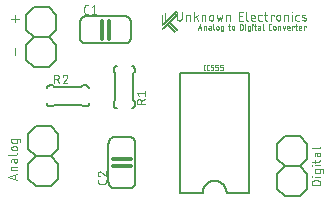
<source format=gbr>
G04 EAGLE Gerber RS-274X export*
G75*
%MOMM*%
%FSLAX34Y34*%
%LPD*%
%INSilkscreen Top*%
%IPPOS*%
%AMOC8*
5,1,8,0,0,1.08239X$1,22.5*%
G01*
%ADD10C,0.076200*%
%ADD11R,0.003813X0.003813*%
%ADD12R,0.011431X0.003806*%
%ADD13R,0.022856X0.003806*%
%ADD14R,0.026669X0.003806*%
%ADD15R,0.034287X0.003806*%
%ADD16R,0.045719X0.003813*%
%ADD17R,0.049531X0.003806*%
%ADD18R,0.057150X0.003806*%
%ADD19R,0.068575X0.003806*%
%ADD20R,0.072388X0.003806*%
%ADD21R,0.080013X0.003813*%
%ADD22R,0.091438X0.003806*%
%ADD23R,0.095250X0.003806*%
%ADD24R,0.095250X0.003813*%
%ADD25R,0.091438X0.003813*%
%ADD26R,0.011425X0.003806*%
%ADD27R,0.034287X0.003813*%
%ADD28R,0.049525X0.003806*%
%ADD29R,0.060956X0.003806*%
%ADD30R,0.068581X0.003806*%
%ADD31R,0.080006X0.003813*%
%ADD32R,0.080006X0.003806*%
%ADD33R,0.087625X0.003806*%
%ADD34R,0.003806X0.003806*%
%ADD35R,0.011431X0.003813*%
%ADD36R,0.015238X0.003806*%
%ADD37R,0.019050X0.003806*%
%ADD38R,0.022863X0.003806*%
%ADD39R,0.030481X0.003813*%
%ADD40R,0.038100X0.003806*%
%ADD41R,0.041913X0.003806*%
%ADD42R,0.045719X0.003806*%
%ADD43R,0.049531X0.003813*%
%ADD44R,0.053338X0.003806*%
%ADD45R,0.060963X0.003806*%
%ADD46R,0.064769X0.003806*%
%ADD47R,0.068581X0.003813*%
%ADD48R,0.076200X0.003806*%
%ADD49R,0.080013X0.003806*%
%ADD50R,0.083819X0.003806*%
%ADD51R,0.087631X0.003813*%
%ADD52R,0.099056X0.003806*%
%ADD53R,0.099056X0.003813*%
%ADD54R,0.099063X0.003806*%
%ADD55R,0.007619X0.003813*%
%ADD56R,0.030481X0.003806*%
%ADD57R,0.064769X0.003813*%
%ADD58R,0.190500X0.003813*%
%ADD59R,0.087631X0.003806*%
%ADD60R,0.182881X0.003806*%
%ADD61R,0.175256X0.003806*%
%ADD62R,0.167637X0.003806*%
%ADD63R,0.160019X0.003806*%
%ADD64R,0.102869X0.003813*%
%ADD65R,0.152400X0.003813*%
%ADD66R,0.110488X0.003806*%
%ADD67R,0.144781X0.003806*%
%ADD68R,0.137156X0.003806*%
%ADD69R,0.114300X0.003806*%
%ADD70R,0.129537X0.003806*%
%ADD71R,0.121919X0.003806*%
%ADD72R,0.121919X0.003813*%
%ADD73R,0.114300X0.003813*%
%ADD74R,0.125731X0.003806*%
%ADD75R,0.106681X0.003806*%
%ADD76R,0.133350X0.003806*%
%ADD77R,0.137162X0.003806*%
%ADD78R,0.144781X0.003813*%
%ADD79R,0.148588X0.003806*%
%ADD80R,0.156213X0.003806*%
%ADD81R,0.160019X0.003813*%
%ADD82R,0.182875X0.003806*%
%ADD83R,0.179069X0.003806*%
%ADD84R,0.163831X0.003806*%
%ADD85R,0.140969X0.003806*%
%ADD86R,0.118106X0.003806*%
%ADD87R,0.110488X0.003813*%
%ADD88R,0.129537X0.003813*%
%ADD89R,0.148588X0.003813*%
%ADD90R,0.152400X0.003806*%
%ADD91R,0.156206X0.003806*%
%ADD92R,0.099063X0.003813*%
%ADD93R,0.102869X0.003806*%
%ADD94R,0.060956X0.003813*%
%ADD95R,0.041906X0.003813*%
%ADD96R,0.022856X0.003813*%
%ADD97R,0.060963X0.003813*%
%ADD98R,0.041906X0.003806*%
%ADD99R,0.007619X0.003806*%
%ADD100C,0.050800*%
%ADD101C,0.025400*%
%ADD102C,0.152400*%
%ADD103C,0.304800*%


D10*
X153019Y172263D02*
X153019Y166943D01*
X153021Y166854D01*
X153027Y166765D01*
X153037Y166676D01*
X153050Y166588D01*
X153067Y166500D01*
X153089Y166413D01*
X153114Y166328D01*
X153142Y166243D01*
X153175Y166160D01*
X153211Y166078D01*
X153250Y165998D01*
X153293Y165920D01*
X153339Y165844D01*
X153389Y165769D01*
X153442Y165697D01*
X153498Y165628D01*
X153557Y165561D01*
X153618Y165496D01*
X153683Y165435D01*
X153750Y165376D01*
X153819Y165320D01*
X153891Y165267D01*
X153966Y165217D01*
X154042Y165171D01*
X154120Y165128D01*
X154200Y165089D01*
X154282Y165053D01*
X154365Y165020D01*
X154450Y164992D01*
X154535Y164967D01*
X154622Y164945D01*
X154710Y164928D01*
X154798Y164915D01*
X154887Y164905D01*
X154976Y164899D01*
X155065Y164897D01*
X155154Y164899D01*
X155243Y164905D01*
X155332Y164915D01*
X155420Y164928D01*
X155508Y164945D01*
X155595Y164967D01*
X155680Y164992D01*
X155765Y165020D01*
X155848Y165053D01*
X155930Y165089D01*
X156010Y165128D01*
X156088Y165171D01*
X156164Y165217D01*
X156239Y165267D01*
X156311Y165320D01*
X156380Y165376D01*
X156447Y165435D01*
X156512Y165496D01*
X156573Y165561D01*
X156632Y165628D01*
X156688Y165697D01*
X156741Y165769D01*
X156791Y165844D01*
X156837Y165920D01*
X156880Y165998D01*
X156919Y166078D01*
X156955Y166160D01*
X156988Y166243D01*
X157016Y166328D01*
X157041Y166413D01*
X157063Y166500D01*
X157080Y166588D01*
X157093Y166676D01*
X157103Y166765D01*
X157109Y166854D01*
X157111Y166943D01*
X157111Y172263D01*
X160743Y169808D02*
X160743Y164897D01*
X160743Y169808D02*
X162789Y169808D01*
X162858Y169806D01*
X162926Y169800D01*
X162995Y169791D01*
X163062Y169777D01*
X163129Y169760D01*
X163195Y169739D01*
X163259Y169715D01*
X163322Y169686D01*
X163383Y169655D01*
X163442Y169620D01*
X163500Y169582D01*
X163555Y169540D01*
X163607Y169496D01*
X163657Y169448D01*
X163705Y169398D01*
X163749Y169346D01*
X163791Y169291D01*
X163829Y169233D01*
X163864Y169174D01*
X163895Y169113D01*
X163924Y169050D01*
X163948Y168986D01*
X163969Y168920D01*
X163986Y168853D01*
X164000Y168786D01*
X164009Y168717D01*
X164015Y168649D01*
X164017Y168580D01*
X164017Y164897D01*
X167665Y164897D02*
X167665Y172263D01*
X170939Y169808D02*
X167665Y167352D01*
X169097Y168375D02*
X170939Y164897D01*
X173911Y164897D02*
X173911Y169808D01*
X175957Y169808D01*
X176026Y169806D01*
X176094Y169800D01*
X176163Y169791D01*
X176230Y169777D01*
X176297Y169760D01*
X176363Y169739D01*
X176427Y169715D01*
X176490Y169686D01*
X176551Y169655D01*
X176610Y169620D01*
X176668Y169582D01*
X176723Y169540D01*
X176775Y169496D01*
X176825Y169448D01*
X176873Y169398D01*
X176917Y169346D01*
X176959Y169291D01*
X176997Y169233D01*
X177032Y169174D01*
X177063Y169113D01*
X177092Y169050D01*
X177116Y168986D01*
X177137Y168920D01*
X177154Y168853D01*
X177168Y168786D01*
X177177Y168717D01*
X177183Y168649D01*
X177185Y168580D01*
X177184Y168580D02*
X177184Y164897D01*
X180494Y166534D02*
X180494Y168171D01*
X180496Y168250D01*
X180502Y168329D01*
X180511Y168408D01*
X180524Y168486D01*
X180542Y168563D01*
X180562Y168639D01*
X180587Y168714D01*
X180615Y168788D01*
X180646Y168861D01*
X180682Y168932D01*
X180720Y169001D01*
X180762Y169068D01*
X180807Y169133D01*
X180855Y169196D01*
X180906Y169257D01*
X180960Y169314D01*
X181016Y169370D01*
X181075Y169422D01*
X181137Y169472D01*
X181201Y169518D01*
X181267Y169562D01*
X181335Y169602D01*
X181405Y169638D01*
X181477Y169672D01*
X181551Y169702D01*
X181625Y169728D01*
X181701Y169751D01*
X181778Y169769D01*
X181855Y169785D01*
X181934Y169796D01*
X182012Y169804D01*
X182091Y169808D01*
X182171Y169808D01*
X182250Y169804D01*
X182328Y169796D01*
X182407Y169785D01*
X182484Y169769D01*
X182561Y169751D01*
X182637Y169728D01*
X182711Y169702D01*
X182785Y169672D01*
X182857Y169638D01*
X182927Y169602D01*
X182995Y169562D01*
X183061Y169518D01*
X183125Y169472D01*
X183187Y169422D01*
X183246Y169370D01*
X183302Y169314D01*
X183356Y169257D01*
X183407Y169196D01*
X183455Y169133D01*
X183500Y169068D01*
X183542Y169001D01*
X183580Y168932D01*
X183616Y168861D01*
X183647Y168788D01*
X183675Y168714D01*
X183700Y168639D01*
X183720Y168563D01*
X183738Y168486D01*
X183751Y168408D01*
X183760Y168329D01*
X183766Y168250D01*
X183768Y168171D01*
X183768Y166534D01*
X183766Y166455D01*
X183760Y166376D01*
X183751Y166297D01*
X183738Y166219D01*
X183720Y166142D01*
X183700Y166066D01*
X183675Y165991D01*
X183647Y165917D01*
X183616Y165844D01*
X183580Y165773D01*
X183542Y165704D01*
X183500Y165637D01*
X183455Y165572D01*
X183407Y165509D01*
X183356Y165448D01*
X183302Y165391D01*
X183246Y165335D01*
X183187Y165283D01*
X183125Y165233D01*
X183061Y165187D01*
X182995Y165143D01*
X182927Y165103D01*
X182857Y165067D01*
X182785Y165033D01*
X182711Y165003D01*
X182637Y164977D01*
X182561Y164954D01*
X182484Y164936D01*
X182407Y164920D01*
X182328Y164909D01*
X182250Y164901D01*
X182171Y164897D01*
X182091Y164897D01*
X182012Y164901D01*
X181934Y164909D01*
X181855Y164920D01*
X181778Y164936D01*
X181701Y164954D01*
X181625Y164977D01*
X181551Y165003D01*
X181477Y165033D01*
X181405Y165067D01*
X181335Y165103D01*
X181267Y165143D01*
X181201Y165187D01*
X181137Y165233D01*
X181075Y165283D01*
X181016Y165335D01*
X180960Y165391D01*
X180906Y165448D01*
X180855Y165509D01*
X180807Y165572D01*
X180762Y165637D01*
X180720Y165704D01*
X180682Y165773D01*
X180646Y165844D01*
X180615Y165917D01*
X180587Y165991D01*
X180562Y166066D01*
X180542Y166142D01*
X180524Y166219D01*
X180511Y166297D01*
X180502Y166376D01*
X180496Y166455D01*
X180494Y166534D01*
X186747Y169808D02*
X187975Y164897D01*
X189202Y168171D01*
X190430Y164897D01*
X191658Y169808D01*
X194881Y169808D02*
X194881Y164897D01*
X194881Y169808D02*
X196927Y169808D01*
X196996Y169806D01*
X197064Y169800D01*
X197133Y169791D01*
X197200Y169777D01*
X197267Y169760D01*
X197333Y169739D01*
X197397Y169715D01*
X197460Y169686D01*
X197521Y169655D01*
X197580Y169620D01*
X197638Y169582D01*
X197693Y169540D01*
X197745Y169496D01*
X197795Y169448D01*
X197843Y169398D01*
X197887Y169346D01*
X197929Y169291D01*
X197967Y169233D01*
X198002Y169174D01*
X198033Y169113D01*
X198062Y169050D01*
X198086Y168986D01*
X198107Y168920D01*
X198124Y168853D01*
X198138Y168786D01*
X198147Y168717D01*
X198153Y168649D01*
X198155Y168580D01*
X198154Y168580D02*
X198154Y164897D01*
X205704Y164897D02*
X208978Y164897D01*
X205704Y164897D02*
X205704Y172263D01*
X208978Y172263D01*
X208159Y168989D02*
X205704Y168989D01*
X211789Y166125D02*
X211789Y172263D01*
X211788Y166125D02*
X211790Y166056D01*
X211796Y165988D01*
X211805Y165919D01*
X211819Y165852D01*
X211836Y165785D01*
X211857Y165719D01*
X211881Y165655D01*
X211910Y165592D01*
X211941Y165531D01*
X211976Y165472D01*
X212014Y165414D01*
X212056Y165359D01*
X212100Y165307D01*
X212148Y165257D01*
X212198Y165209D01*
X212250Y165165D01*
X212305Y165123D01*
X212363Y165085D01*
X212422Y165050D01*
X212483Y165019D01*
X212546Y164990D01*
X212610Y164966D01*
X212676Y164945D01*
X212743Y164928D01*
X212810Y164914D01*
X212879Y164905D01*
X212947Y164899D01*
X213016Y164897D01*
X216835Y164897D02*
X218881Y164897D01*
X216835Y164897D02*
X216766Y164899D01*
X216698Y164905D01*
X216629Y164914D01*
X216562Y164928D01*
X216495Y164945D01*
X216429Y164966D01*
X216365Y164990D01*
X216302Y165019D01*
X216241Y165050D01*
X216182Y165085D01*
X216124Y165123D01*
X216069Y165165D01*
X216017Y165209D01*
X215967Y165257D01*
X215919Y165307D01*
X215875Y165359D01*
X215833Y165414D01*
X215795Y165472D01*
X215760Y165531D01*
X215729Y165592D01*
X215700Y165655D01*
X215676Y165719D01*
X215655Y165785D01*
X215638Y165852D01*
X215624Y165919D01*
X215615Y165988D01*
X215609Y166056D01*
X215607Y166125D01*
X215607Y168171D01*
X215609Y168250D01*
X215615Y168329D01*
X215624Y168408D01*
X215637Y168486D01*
X215655Y168563D01*
X215675Y168639D01*
X215700Y168714D01*
X215728Y168788D01*
X215759Y168861D01*
X215795Y168932D01*
X215833Y169001D01*
X215875Y169068D01*
X215920Y169133D01*
X215968Y169196D01*
X216019Y169257D01*
X216073Y169314D01*
X216129Y169370D01*
X216188Y169422D01*
X216250Y169472D01*
X216314Y169518D01*
X216380Y169562D01*
X216448Y169602D01*
X216518Y169638D01*
X216590Y169672D01*
X216664Y169702D01*
X216738Y169728D01*
X216814Y169751D01*
X216891Y169769D01*
X216968Y169785D01*
X217047Y169796D01*
X217125Y169804D01*
X217204Y169808D01*
X217284Y169808D01*
X217363Y169804D01*
X217441Y169796D01*
X217520Y169785D01*
X217597Y169769D01*
X217674Y169751D01*
X217750Y169728D01*
X217824Y169702D01*
X217898Y169672D01*
X217970Y169638D01*
X218040Y169602D01*
X218108Y169562D01*
X218174Y169518D01*
X218238Y169472D01*
X218300Y169422D01*
X218359Y169370D01*
X218415Y169314D01*
X218469Y169257D01*
X218520Y169196D01*
X218568Y169133D01*
X218613Y169068D01*
X218655Y169001D01*
X218693Y168932D01*
X218729Y168861D01*
X218760Y168788D01*
X218788Y168714D01*
X218813Y168639D01*
X218833Y168563D01*
X218851Y168486D01*
X218864Y168408D01*
X218873Y168329D01*
X218879Y168250D01*
X218881Y168171D01*
X218881Y167352D01*
X215607Y167352D01*
X223184Y164897D02*
X224821Y164897D01*
X223184Y164897D02*
X223115Y164899D01*
X223047Y164905D01*
X222978Y164914D01*
X222911Y164928D01*
X222844Y164945D01*
X222778Y164966D01*
X222714Y164990D01*
X222651Y165019D01*
X222590Y165050D01*
X222531Y165085D01*
X222473Y165123D01*
X222418Y165165D01*
X222366Y165209D01*
X222316Y165257D01*
X222268Y165307D01*
X222224Y165359D01*
X222182Y165414D01*
X222144Y165472D01*
X222109Y165531D01*
X222078Y165592D01*
X222049Y165655D01*
X222025Y165719D01*
X222004Y165785D01*
X221987Y165852D01*
X221973Y165919D01*
X221964Y165988D01*
X221958Y166056D01*
X221956Y166125D01*
X221956Y168580D01*
X221958Y168649D01*
X221964Y168717D01*
X221973Y168786D01*
X221987Y168853D01*
X222004Y168920D01*
X222025Y168986D01*
X222049Y169050D01*
X222078Y169113D01*
X222109Y169174D01*
X222144Y169233D01*
X222182Y169291D01*
X222224Y169346D01*
X222268Y169398D01*
X222316Y169448D01*
X222366Y169496D01*
X222418Y169540D01*
X222473Y169582D01*
X222531Y169620D01*
X222590Y169655D01*
X222651Y169686D01*
X222714Y169715D01*
X222778Y169739D01*
X222844Y169760D01*
X222911Y169777D01*
X222978Y169791D01*
X223047Y169800D01*
X223115Y169806D01*
X223184Y169808D01*
X224821Y169808D01*
X226925Y169808D02*
X229380Y169808D01*
X227743Y172263D02*
X227743Y166125D01*
X227745Y166056D01*
X227751Y165988D01*
X227760Y165919D01*
X227774Y165852D01*
X227791Y165785D01*
X227812Y165719D01*
X227836Y165655D01*
X227865Y165592D01*
X227896Y165531D01*
X227931Y165472D01*
X227969Y165414D01*
X228011Y165359D01*
X228055Y165307D01*
X228103Y165257D01*
X228153Y165209D01*
X228205Y165165D01*
X228260Y165123D01*
X228318Y165085D01*
X228377Y165050D01*
X228438Y165019D01*
X228501Y164990D01*
X228565Y164966D01*
X228631Y164945D01*
X228698Y164928D01*
X228765Y164914D01*
X228834Y164905D01*
X228902Y164899D01*
X228971Y164897D01*
X229380Y164897D01*
X232478Y164897D02*
X232478Y169808D01*
X234933Y169808D01*
X234933Y168989D01*
X237309Y168171D02*
X237309Y166534D01*
X237308Y168171D02*
X237310Y168250D01*
X237316Y168329D01*
X237325Y168408D01*
X237338Y168486D01*
X237356Y168563D01*
X237376Y168639D01*
X237401Y168714D01*
X237429Y168788D01*
X237460Y168861D01*
X237496Y168932D01*
X237534Y169001D01*
X237576Y169068D01*
X237621Y169133D01*
X237669Y169196D01*
X237720Y169257D01*
X237774Y169314D01*
X237830Y169370D01*
X237889Y169422D01*
X237951Y169472D01*
X238015Y169518D01*
X238081Y169562D01*
X238149Y169602D01*
X238219Y169638D01*
X238291Y169672D01*
X238365Y169702D01*
X238439Y169728D01*
X238515Y169751D01*
X238592Y169769D01*
X238669Y169785D01*
X238748Y169796D01*
X238826Y169804D01*
X238905Y169808D01*
X238985Y169808D01*
X239064Y169804D01*
X239142Y169796D01*
X239221Y169785D01*
X239298Y169769D01*
X239375Y169751D01*
X239451Y169728D01*
X239525Y169702D01*
X239599Y169672D01*
X239671Y169638D01*
X239741Y169602D01*
X239809Y169562D01*
X239875Y169518D01*
X239939Y169472D01*
X240001Y169422D01*
X240060Y169370D01*
X240116Y169314D01*
X240170Y169257D01*
X240221Y169196D01*
X240269Y169133D01*
X240314Y169068D01*
X240356Y169001D01*
X240394Y168932D01*
X240430Y168861D01*
X240461Y168788D01*
X240489Y168714D01*
X240514Y168639D01*
X240534Y168563D01*
X240552Y168486D01*
X240565Y168408D01*
X240574Y168329D01*
X240580Y168250D01*
X240582Y168171D01*
X240582Y166534D01*
X240580Y166455D01*
X240574Y166376D01*
X240565Y166297D01*
X240552Y166219D01*
X240534Y166142D01*
X240514Y166066D01*
X240489Y165991D01*
X240461Y165917D01*
X240430Y165844D01*
X240394Y165773D01*
X240356Y165704D01*
X240314Y165637D01*
X240269Y165572D01*
X240221Y165509D01*
X240170Y165448D01*
X240116Y165391D01*
X240060Y165335D01*
X240001Y165283D01*
X239939Y165233D01*
X239875Y165187D01*
X239809Y165143D01*
X239741Y165103D01*
X239671Y165067D01*
X239599Y165033D01*
X239525Y165003D01*
X239451Y164977D01*
X239375Y164954D01*
X239298Y164936D01*
X239221Y164920D01*
X239142Y164909D01*
X239064Y164901D01*
X238985Y164897D01*
X238905Y164897D01*
X238826Y164901D01*
X238748Y164909D01*
X238669Y164920D01*
X238592Y164936D01*
X238515Y164954D01*
X238439Y164977D01*
X238365Y165003D01*
X238291Y165033D01*
X238219Y165067D01*
X238149Y165103D01*
X238081Y165143D01*
X238015Y165187D01*
X237951Y165233D01*
X237889Y165283D01*
X237830Y165335D01*
X237774Y165391D01*
X237720Y165448D01*
X237669Y165509D01*
X237621Y165572D01*
X237576Y165637D01*
X237534Y165704D01*
X237496Y165773D01*
X237460Y165844D01*
X237429Y165917D01*
X237401Y165991D01*
X237376Y166066D01*
X237356Y166142D01*
X237338Y166219D01*
X237325Y166297D01*
X237316Y166376D01*
X237310Y166455D01*
X237308Y166534D01*
X243892Y164897D02*
X243892Y169808D01*
X245938Y169808D01*
X246007Y169806D01*
X246075Y169800D01*
X246144Y169791D01*
X246211Y169777D01*
X246278Y169760D01*
X246344Y169739D01*
X246408Y169715D01*
X246471Y169686D01*
X246532Y169655D01*
X246591Y169620D01*
X246649Y169582D01*
X246704Y169540D01*
X246756Y169496D01*
X246806Y169448D01*
X246854Y169398D01*
X246898Y169346D01*
X246940Y169291D01*
X246978Y169233D01*
X247013Y169174D01*
X247044Y169113D01*
X247073Y169050D01*
X247097Y168986D01*
X247118Y168920D01*
X247135Y168853D01*
X247149Y168786D01*
X247158Y168717D01*
X247164Y168649D01*
X247166Y168580D01*
X247166Y164897D01*
X250406Y164897D02*
X250406Y169808D01*
X250201Y171854D02*
X250201Y172263D01*
X250611Y172263D01*
X250611Y171854D01*
X250201Y171854D01*
X254639Y164897D02*
X256276Y164897D01*
X254639Y164897D02*
X254570Y164899D01*
X254502Y164905D01*
X254433Y164914D01*
X254366Y164928D01*
X254299Y164945D01*
X254233Y164966D01*
X254169Y164990D01*
X254106Y165019D01*
X254045Y165050D01*
X253986Y165085D01*
X253928Y165123D01*
X253873Y165165D01*
X253821Y165209D01*
X253771Y165257D01*
X253723Y165307D01*
X253679Y165359D01*
X253637Y165414D01*
X253599Y165472D01*
X253564Y165531D01*
X253533Y165592D01*
X253504Y165655D01*
X253480Y165719D01*
X253459Y165785D01*
X253442Y165852D01*
X253428Y165919D01*
X253419Y165988D01*
X253413Y166056D01*
X253411Y166125D01*
X253411Y168580D01*
X253413Y168649D01*
X253419Y168717D01*
X253428Y168786D01*
X253442Y168853D01*
X253459Y168920D01*
X253480Y168986D01*
X253504Y169050D01*
X253533Y169113D01*
X253564Y169174D01*
X253599Y169233D01*
X253637Y169291D01*
X253679Y169346D01*
X253723Y169398D01*
X253771Y169448D01*
X253821Y169496D01*
X253873Y169540D01*
X253928Y169582D01*
X253986Y169620D01*
X254045Y169655D01*
X254106Y169686D01*
X254169Y169715D01*
X254233Y169739D01*
X254299Y169760D01*
X254366Y169777D01*
X254433Y169791D01*
X254502Y169800D01*
X254570Y169806D01*
X254639Y169808D01*
X256276Y169808D01*
X259624Y167762D02*
X261670Y166943D01*
X259624Y167762D02*
X259565Y167787D01*
X259508Y167816D01*
X259453Y167849D01*
X259400Y167885D01*
X259349Y167923D01*
X259301Y167965D01*
X259255Y168010D01*
X259212Y168057D01*
X259172Y168107D01*
X259135Y168159D01*
X259101Y168214D01*
X259070Y168270D01*
X259043Y168328D01*
X259020Y168388D01*
X259000Y168448D01*
X258984Y168510D01*
X258971Y168573D01*
X258963Y168637D01*
X258958Y168700D01*
X258957Y168764D01*
X258960Y168828D01*
X258967Y168892D01*
X258978Y168955D01*
X258992Y169017D01*
X259010Y169079D01*
X259032Y169139D01*
X259057Y169198D01*
X259086Y169255D01*
X259119Y169310D01*
X259154Y169363D01*
X259193Y169414D01*
X259235Y169463D01*
X259279Y169509D01*
X259327Y169552D01*
X259376Y169592D01*
X259429Y169629D01*
X259483Y169663D01*
X259539Y169694D01*
X259597Y169721D01*
X259656Y169745D01*
X259717Y169764D01*
X259779Y169781D01*
X259842Y169793D01*
X259905Y169802D01*
X259969Y169807D01*
X260033Y169808D01*
X260169Y169804D01*
X260304Y169796D01*
X260440Y169784D01*
X260574Y169768D01*
X260709Y169748D01*
X260842Y169725D01*
X260975Y169697D01*
X261107Y169666D01*
X261238Y169631D01*
X261368Y169592D01*
X261497Y169549D01*
X261624Y169502D01*
X261750Y169452D01*
X261875Y169398D01*
X261670Y166943D02*
X261729Y166918D01*
X261786Y166889D01*
X261841Y166856D01*
X261894Y166820D01*
X261945Y166782D01*
X261993Y166740D01*
X262039Y166695D01*
X262082Y166648D01*
X262122Y166598D01*
X262159Y166546D01*
X262193Y166491D01*
X262224Y166435D01*
X262251Y166377D01*
X262274Y166317D01*
X262294Y166257D01*
X262310Y166195D01*
X262323Y166132D01*
X262331Y166068D01*
X262336Y166005D01*
X262337Y165941D01*
X262334Y165877D01*
X262327Y165813D01*
X262316Y165750D01*
X262302Y165688D01*
X262284Y165626D01*
X262262Y165566D01*
X262237Y165507D01*
X262208Y165450D01*
X262175Y165395D01*
X262140Y165342D01*
X262101Y165291D01*
X262059Y165242D01*
X262015Y165196D01*
X261967Y165153D01*
X261918Y165113D01*
X261865Y165076D01*
X261811Y165042D01*
X261755Y165011D01*
X261697Y164984D01*
X261638Y164960D01*
X261577Y164941D01*
X261515Y164924D01*
X261452Y164912D01*
X261389Y164903D01*
X261325Y164898D01*
X261261Y164897D01*
X261261Y164898D02*
X261097Y164902D01*
X260933Y164910D01*
X260769Y164922D01*
X260606Y164938D01*
X260443Y164958D01*
X260280Y164981D01*
X260119Y165009D01*
X259957Y165040D01*
X259797Y165075D01*
X259638Y165114D01*
X259479Y165157D01*
X259322Y165203D01*
X259165Y165253D01*
X259010Y165307D01*
X267253Y25381D02*
X274619Y25381D01*
X267253Y25381D02*
X267253Y27427D01*
X267255Y27516D01*
X267261Y27605D01*
X267271Y27694D01*
X267284Y27782D01*
X267301Y27870D01*
X267323Y27957D01*
X267348Y28042D01*
X267376Y28127D01*
X267409Y28210D01*
X267445Y28292D01*
X267484Y28372D01*
X267527Y28450D01*
X267573Y28526D01*
X267623Y28601D01*
X267676Y28673D01*
X267732Y28742D01*
X267791Y28809D01*
X267852Y28874D01*
X267917Y28935D01*
X267984Y28994D01*
X268053Y29050D01*
X268125Y29103D01*
X268200Y29153D01*
X268276Y29199D01*
X268354Y29242D01*
X268434Y29281D01*
X268516Y29317D01*
X268599Y29350D01*
X268684Y29378D01*
X268769Y29403D01*
X268856Y29425D01*
X268944Y29442D01*
X269032Y29455D01*
X269121Y29465D01*
X269210Y29471D01*
X269299Y29473D01*
X272573Y29473D01*
X272662Y29471D01*
X272751Y29465D01*
X272840Y29455D01*
X272928Y29442D01*
X273016Y29425D01*
X273103Y29403D01*
X273188Y29378D01*
X273273Y29350D01*
X273356Y29317D01*
X273438Y29281D01*
X273518Y29242D01*
X273596Y29199D01*
X273672Y29153D01*
X273747Y29103D01*
X273819Y29050D01*
X273888Y28994D01*
X273955Y28935D01*
X274020Y28874D01*
X274081Y28809D01*
X274140Y28742D01*
X274196Y28673D01*
X274249Y28601D01*
X274299Y28526D01*
X274345Y28450D01*
X274388Y28372D01*
X274427Y28292D01*
X274463Y28210D01*
X274496Y28127D01*
X274524Y28042D01*
X274549Y27957D01*
X274571Y27870D01*
X274588Y27782D01*
X274601Y27694D01*
X274611Y27605D01*
X274617Y27516D01*
X274619Y27427D01*
X274619Y25381D01*
X274619Y32792D02*
X269708Y32792D01*
X267662Y32587D02*
X267253Y32587D01*
X267253Y32996D01*
X267662Y32996D01*
X267662Y32587D01*
X274619Y36974D02*
X274619Y39020D01*
X274619Y36974D02*
X274617Y36905D01*
X274611Y36837D01*
X274602Y36768D01*
X274588Y36701D01*
X274571Y36634D01*
X274550Y36568D01*
X274526Y36504D01*
X274497Y36441D01*
X274466Y36380D01*
X274431Y36321D01*
X274393Y36263D01*
X274351Y36208D01*
X274307Y36156D01*
X274259Y36106D01*
X274209Y36058D01*
X274157Y36014D01*
X274102Y35973D01*
X274044Y35934D01*
X273985Y35899D01*
X273924Y35868D01*
X273861Y35839D01*
X273797Y35815D01*
X273731Y35794D01*
X273664Y35777D01*
X273597Y35763D01*
X273529Y35754D01*
X273460Y35748D01*
X273391Y35746D01*
X273391Y35747D02*
X270936Y35747D01*
X270936Y35746D02*
X270867Y35748D01*
X270799Y35754D01*
X270730Y35763D01*
X270663Y35777D01*
X270596Y35794D01*
X270530Y35815D01*
X270466Y35839D01*
X270403Y35868D01*
X270342Y35899D01*
X270283Y35934D01*
X270225Y35972D01*
X270170Y36014D01*
X270118Y36058D01*
X270068Y36106D01*
X270020Y36156D01*
X269976Y36208D01*
X269934Y36263D01*
X269896Y36321D01*
X269861Y36380D01*
X269830Y36441D01*
X269801Y36504D01*
X269777Y36568D01*
X269756Y36634D01*
X269739Y36701D01*
X269725Y36768D01*
X269716Y36837D01*
X269710Y36905D01*
X269708Y36974D01*
X269708Y39020D01*
X275847Y39020D01*
X275847Y39021D02*
X275916Y39019D01*
X275984Y39013D01*
X276053Y39004D01*
X276120Y38990D01*
X276187Y38973D01*
X276253Y38952D01*
X276317Y38928D01*
X276380Y38899D01*
X276441Y38868D01*
X276500Y38833D01*
X276558Y38795D01*
X276613Y38753D01*
X276665Y38709D01*
X276715Y38661D01*
X276763Y38611D01*
X276807Y38559D01*
X276849Y38504D01*
X276887Y38446D01*
X276922Y38387D01*
X276953Y38326D01*
X276982Y38263D01*
X277006Y38199D01*
X277027Y38133D01*
X277044Y38066D01*
X277058Y37999D01*
X277067Y37930D01*
X277073Y37862D01*
X277075Y37793D01*
X277074Y37793D02*
X277074Y36156D01*
X274619Y42301D02*
X269708Y42301D01*
X267662Y42097D02*
X267253Y42097D01*
X267253Y42506D01*
X267662Y42506D01*
X267662Y42097D01*
X269708Y44667D02*
X269708Y47122D01*
X267253Y45485D02*
X273391Y45485D01*
X273460Y45487D01*
X273528Y45493D01*
X273597Y45502D01*
X273664Y45516D01*
X273731Y45533D01*
X273797Y45554D01*
X273861Y45578D01*
X273924Y45607D01*
X273985Y45638D01*
X274044Y45673D01*
X274102Y45711D01*
X274157Y45753D01*
X274209Y45797D01*
X274259Y45845D01*
X274307Y45895D01*
X274351Y45947D01*
X274393Y46002D01*
X274431Y46060D01*
X274466Y46119D01*
X274497Y46180D01*
X274526Y46243D01*
X274550Y46307D01*
X274571Y46373D01*
X274588Y46440D01*
X274602Y46507D01*
X274611Y46576D01*
X274617Y46644D01*
X274619Y46713D01*
X274619Y47122D01*
X271754Y51322D02*
X271754Y53163D01*
X271755Y51322D02*
X271757Y51247D01*
X271763Y51172D01*
X271773Y51098D01*
X271786Y51024D01*
X271804Y50951D01*
X271825Y50879D01*
X271850Y50809D01*
X271879Y50740D01*
X271911Y50672D01*
X271947Y50606D01*
X271986Y50542D01*
X272028Y50480D01*
X272074Y50421D01*
X272123Y50364D01*
X272174Y50309D01*
X272229Y50258D01*
X272286Y50209D01*
X272345Y50163D01*
X272407Y50121D01*
X272471Y50082D01*
X272537Y50046D01*
X272605Y50014D01*
X272674Y49985D01*
X272744Y49960D01*
X272816Y49939D01*
X272889Y49921D01*
X272963Y49908D01*
X273037Y49898D01*
X273112Y49892D01*
X273187Y49890D01*
X273262Y49892D01*
X273337Y49898D01*
X273411Y49908D01*
X273485Y49921D01*
X273558Y49939D01*
X273630Y49960D01*
X273700Y49985D01*
X273769Y50014D01*
X273837Y50046D01*
X273903Y50082D01*
X273967Y50121D01*
X274029Y50163D01*
X274088Y50209D01*
X274145Y50258D01*
X274200Y50309D01*
X274251Y50364D01*
X274300Y50421D01*
X274346Y50480D01*
X274388Y50542D01*
X274427Y50606D01*
X274463Y50672D01*
X274495Y50740D01*
X274524Y50809D01*
X274549Y50879D01*
X274570Y50951D01*
X274588Y51024D01*
X274601Y51098D01*
X274611Y51172D01*
X274617Y51247D01*
X274619Y51322D01*
X274619Y53163D01*
X270936Y53163D01*
X270867Y53161D01*
X270799Y53155D01*
X270730Y53146D01*
X270663Y53132D01*
X270596Y53115D01*
X270530Y53094D01*
X270466Y53070D01*
X270403Y53041D01*
X270342Y53010D01*
X270283Y52975D01*
X270225Y52937D01*
X270170Y52895D01*
X270118Y52851D01*
X270068Y52803D01*
X270020Y52753D01*
X269976Y52701D01*
X269935Y52646D01*
X269896Y52588D01*
X269861Y52529D01*
X269830Y52468D01*
X269801Y52405D01*
X269777Y52341D01*
X269756Y52275D01*
X269739Y52208D01*
X269725Y52141D01*
X269716Y52073D01*
X269710Y52004D01*
X269708Y51935D01*
X269708Y50298D01*
X267253Y56597D02*
X273391Y56597D01*
X273391Y56596D02*
X273460Y56598D01*
X273528Y56604D01*
X273597Y56613D01*
X273664Y56627D01*
X273731Y56644D01*
X273797Y56665D01*
X273861Y56689D01*
X273924Y56718D01*
X273985Y56749D01*
X274044Y56784D01*
X274102Y56822D01*
X274157Y56864D01*
X274209Y56908D01*
X274259Y56956D01*
X274307Y57006D01*
X274351Y57058D01*
X274393Y57113D01*
X274431Y57171D01*
X274466Y57230D01*
X274497Y57291D01*
X274526Y57354D01*
X274550Y57418D01*
X274571Y57484D01*
X274588Y57551D01*
X274602Y57618D01*
X274611Y57687D01*
X274617Y57755D01*
X274619Y57824D01*
X17747Y30088D02*
X10381Y32543D01*
X17747Y34999D01*
X15906Y34385D02*
X15906Y30702D01*
X17747Y37978D02*
X12836Y37978D01*
X12836Y40024D01*
X12838Y40093D01*
X12844Y40161D01*
X12853Y40230D01*
X12867Y40297D01*
X12884Y40364D01*
X12905Y40430D01*
X12929Y40494D01*
X12958Y40557D01*
X12989Y40618D01*
X13024Y40677D01*
X13062Y40735D01*
X13104Y40790D01*
X13148Y40842D01*
X13196Y40892D01*
X13246Y40940D01*
X13298Y40984D01*
X13353Y41026D01*
X13411Y41064D01*
X13470Y41099D01*
X13531Y41130D01*
X13594Y41159D01*
X13658Y41183D01*
X13724Y41204D01*
X13791Y41221D01*
X13858Y41235D01*
X13927Y41244D01*
X13995Y41250D01*
X14064Y41252D01*
X14064Y41251D02*
X17747Y41251D01*
X14882Y45953D02*
X14882Y47794D01*
X14883Y45953D02*
X14885Y45878D01*
X14891Y45803D01*
X14901Y45729D01*
X14914Y45655D01*
X14932Y45582D01*
X14953Y45510D01*
X14978Y45440D01*
X15007Y45371D01*
X15039Y45303D01*
X15075Y45237D01*
X15114Y45173D01*
X15156Y45111D01*
X15202Y45052D01*
X15251Y44995D01*
X15302Y44940D01*
X15357Y44889D01*
X15414Y44840D01*
X15473Y44794D01*
X15535Y44752D01*
X15599Y44713D01*
X15665Y44677D01*
X15733Y44645D01*
X15802Y44616D01*
X15872Y44591D01*
X15944Y44570D01*
X16017Y44552D01*
X16091Y44539D01*
X16165Y44529D01*
X16240Y44523D01*
X16315Y44521D01*
X16390Y44523D01*
X16465Y44529D01*
X16539Y44539D01*
X16613Y44552D01*
X16686Y44570D01*
X16758Y44591D01*
X16828Y44616D01*
X16897Y44645D01*
X16965Y44677D01*
X17031Y44713D01*
X17095Y44752D01*
X17157Y44794D01*
X17216Y44840D01*
X17273Y44889D01*
X17328Y44940D01*
X17379Y44995D01*
X17428Y45052D01*
X17474Y45111D01*
X17516Y45173D01*
X17555Y45237D01*
X17591Y45303D01*
X17623Y45371D01*
X17652Y45440D01*
X17677Y45510D01*
X17698Y45582D01*
X17716Y45655D01*
X17729Y45729D01*
X17739Y45803D01*
X17745Y45878D01*
X17747Y45953D01*
X17747Y47794D01*
X14064Y47794D01*
X13995Y47792D01*
X13927Y47786D01*
X13858Y47777D01*
X13791Y47763D01*
X13724Y47746D01*
X13658Y47725D01*
X13594Y47701D01*
X13531Y47672D01*
X13470Y47641D01*
X13411Y47606D01*
X13353Y47568D01*
X13298Y47526D01*
X13246Y47482D01*
X13196Y47434D01*
X13148Y47384D01*
X13104Y47332D01*
X13063Y47277D01*
X13024Y47219D01*
X12989Y47160D01*
X12958Y47099D01*
X12929Y47036D01*
X12905Y46972D01*
X12884Y46906D01*
X12867Y46839D01*
X12853Y46772D01*
X12844Y46704D01*
X12838Y46635D01*
X12836Y46566D01*
X12836Y44930D01*
X10381Y51228D02*
X16519Y51228D01*
X16588Y51230D01*
X16656Y51236D01*
X16725Y51245D01*
X16792Y51259D01*
X16859Y51276D01*
X16925Y51297D01*
X16989Y51321D01*
X17052Y51350D01*
X17113Y51381D01*
X17172Y51416D01*
X17230Y51454D01*
X17285Y51496D01*
X17337Y51540D01*
X17387Y51588D01*
X17435Y51638D01*
X17479Y51690D01*
X17521Y51745D01*
X17559Y51803D01*
X17594Y51862D01*
X17625Y51923D01*
X17654Y51986D01*
X17678Y52050D01*
X17699Y52116D01*
X17716Y52183D01*
X17730Y52250D01*
X17739Y52319D01*
X17745Y52387D01*
X17747Y52456D01*
X16110Y55046D02*
X14473Y55046D01*
X14394Y55048D01*
X14315Y55054D01*
X14236Y55063D01*
X14158Y55076D01*
X14081Y55094D01*
X14005Y55114D01*
X13930Y55139D01*
X13856Y55167D01*
X13783Y55198D01*
X13712Y55234D01*
X13643Y55272D01*
X13576Y55314D01*
X13511Y55359D01*
X13448Y55407D01*
X13387Y55458D01*
X13330Y55512D01*
X13274Y55568D01*
X13222Y55627D01*
X13172Y55689D01*
X13126Y55753D01*
X13082Y55819D01*
X13042Y55887D01*
X13006Y55957D01*
X12972Y56029D01*
X12942Y56103D01*
X12916Y56177D01*
X12893Y56253D01*
X12875Y56330D01*
X12859Y56407D01*
X12848Y56486D01*
X12840Y56564D01*
X12836Y56643D01*
X12836Y56723D01*
X12840Y56802D01*
X12848Y56880D01*
X12859Y56959D01*
X12875Y57036D01*
X12893Y57113D01*
X12916Y57189D01*
X12942Y57263D01*
X12972Y57337D01*
X13006Y57409D01*
X13042Y57479D01*
X13082Y57547D01*
X13126Y57613D01*
X13172Y57677D01*
X13222Y57739D01*
X13274Y57798D01*
X13330Y57854D01*
X13387Y57908D01*
X13448Y57959D01*
X13511Y58007D01*
X13576Y58052D01*
X13643Y58094D01*
X13712Y58132D01*
X13783Y58168D01*
X13856Y58199D01*
X13930Y58227D01*
X14005Y58252D01*
X14081Y58272D01*
X14158Y58290D01*
X14236Y58303D01*
X14315Y58312D01*
X14394Y58318D01*
X14473Y58320D01*
X16110Y58320D01*
X16189Y58318D01*
X16268Y58312D01*
X16347Y58303D01*
X16425Y58290D01*
X16502Y58272D01*
X16578Y58252D01*
X16653Y58227D01*
X16727Y58199D01*
X16800Y58168D01*
X16871Y58132D01*
X16940Y58094D01*
X17007Y58052D01*
X17072Y58007D01*
X17135Y57959D01*
X17196Y57908D01*
X17253Y57854D01*
X17309Y57798D01*
X17361Y57739D01*
X17411Y57677D01*
X17457Y57613D01*
X17501Y57547D01*
X17541Y57479D01*
X17577Y57409D01*
X17611Y57337D01*
X17641Y57263D01*
X17667Y57189D01*
X17690Y57113D01*
X17708Y57036D01*
X17724Y56959D01*
X17735Y56880D01*
X17743Y56802D01*
X17747Y56723D01*
X17747Y56643D01*
X17743Y56564D01*
X17735Y56486D01*
X17724Y56407D01*
X17708Y56330D01*
X17690Y56253D01*
X17667Y56177D01*
X17641Y56103D01*
X17611Y56029D01*
X17577Y55957D01*
X17541Y55887D01*
X17501Y55819D01*
X17457Y55753D01*
X17411Y55689D01*
X17361Y55627D01*
X17309Y55568D01*
X17253Y55512D01*
X17196Y55458D01*
X17135Y55407D01*
X17072Y55359D01*
X17007Y55314D01*
X16940Y55272D01*
X16871Y55234D01*
X16800Y55198D01*
X16727Y55167D01*
X16653Y55139D01*
X16578Y55114D01*
X16502Y55094D01*
X16425Y55076D01*
X16347Y55063D01*
X16268Y55054D01*
X16189Y55048D01*
X16110Y55046D01*
X17747Y62573D02*
X17747Y64619D01*
X17747Y62573D02*
X17745Y62504D01*
X17739Y62436D01*
X17730Y62367D01*
X17716Y62300D01*
X17699Y62233D01*
X17678Y62167D01*
X17654Y62103D01*
X17625Y62040D01*
X17594Y61979D01*
X17559Y61920D01*
X17521Y61862D01*
X17479Y61807D01*
X17435Y61755D01*
X17387Y61705D01*
X17337Y61657D01*
X17285Y61613D01*
X17230Y61572D01*
X17172Y61533D01*
X17113Y61498D01*
X17052Y61467D01*
X16989Y61438D01*
X16925Y61414D01*
X16859Y61393D01*
X16792Y61376D01*
X16725Y61362D01*
X16657Y61353D01*
X16588Y61347D01*
X16519Y61345D01*
X14064Y61345D01*
X13995Y61347D01*
X13927Y61353D01*
X13858Y61362D01*
X13791Y61376D01*
X13724Y61393D01*
X13658Y61414D01*
X13594Y61438D01*
X13531Y61467D01*
X13470Y61498D01*
X13411Y61533D01*
X13353Y61571D01*
X13298Y61613D01*
X13246Y61657D01*
X13196Y61705D01*
X13148Y61755D01*
X13104Y61807D01*
X13062Y61862D01*
X13024Y61920D01*
X12989Y61979D01*
X12958Y62040D01*
X12929Y62103D01*
X12905Y62167D01*
X12884Y62233D01*
X12867Y62300D01*
X12853Y62367D01*
X12844Y62436D01*
X12838Y62504D01*
X12836Y62573D01*
X12836Y64619D01*
X18975Y64619D01*
X19044Y64617D01*
X19112Y64611D01*
X19181Y64602D01*
X19248Y64588D01*
X19315Y64571D01*
X19381Y64550D01*
X19445Y64526D01*
X19508Y64497D01*
X19569Y64466D01*
X19628Y64431D01*
X19686Y64393D01*
X19741Y64351D01*
X19793Y64307D01*
X19843Y64259D01*
X19891Y64209D01*
X19935Y64157D01*
X19977Y64102D01*
X20015Y64044D01*
X20050Y63985D01*
X20081Y63924D01*
X20110Y63861D01*
X20134Y63797D01*
X20155Y63731D01*
X20172Y63664D01*
X20186Y63597D01*
X20195Y63528D01*
X20201Y63460D01*
X20203Y63391D01*
X20202Y63391D02*
X20202Y61754D01*
X16124Y163354D02*
X16124Y169619D01*
X19257Y166486D02*
X12992Y166486D01*
X15964Y141646D02*
X15964Y135381D01*
D11*
X151752Y154381D03*
D12*
X151752Y154419D03*
D13*
X151771Y154457D03*
D14*
X151752Y154495D03*
D15*
X151752Y154534D03*
D16*
X151771Y154572D03*
D17*
X151752Y154610D03*
D18*
X151752Y154648D03*
D19*
X151771Y154686D03*
D20*
X151752Y154724D03*
D21*
X151752Y154762D03*
D22*
X151771Y154800D03*
D23*
X151752Y154838D03*
X151714Y154876D03*
D22*
X151657Y154915D03*
D24*
X151638Y154953D03*
D23*
X151600Y154991D03*
D22*
X151543Y155029D03*
D23*
X151524Y155067D03*
X151486Y155105D03*
D25*
X151428Y155143D03*
D23*
X151409Y155181D03*
X151371Y155219D03*
D22*
X151314Y155257D03*
D23*
X151295Y155296D03*
D24*
X151257Y155334D03*
D22*
X151200Y155372D03*
D23*
X151181Y155410D03*
X151143Y155448D03*
D22*
X151086Y155486D03*
D24*
X151066Y155524D03*
D23*
X151028Y155562D03*
D22*
X150971Y155600D03*
D23*
X150952Y155638D03*
X150914Y155677D03*
D25*
X150857Y155715D03*
D23*
X150838Y155753D03*
X150800Y155791D03*
D22*
X150743Y155829D03*
D23*
X150724Y155867D03*
D24*
X150685Y155905D03*
D22*
X150628Y155943D03*
D23*
X150609Y155981D03*
D26*
X153543Y155981D03*
D23*
X150571Y156019D03*
D26*
X153543Y156019D03*
D22*
X150514Y156058D03*
D14*
X153543Y156058D03*
D24*
X150495Y156096D03*
D27*
X153543Y156096D03*
D23*
X150457Y156134D03*
D15*
X153543Y156134D03*
D22*
X150400Y156172D03*
D28*
X153543Y156172D03*
D23*
X150381Y156210D03*
D29*
X153524Y156210D03*
D23*
X150343Y156248D03*
D30*
X153524Y156248D03*
D25*
X150285Y156286D03*
D31*
X153543Y156286D03*
D23*
X150266Y156324D03*
D32*
X153543Y156324D03*
D23*
X150228Y156362D03*
D33*
X153543Y156362D03*
D22*
X150171Y156400D03*
D23*
X153543Y156400D03*
X150152Y156439D03*
X153505Y156439D03*
D24*
X150114Y156477D03*
D25*
X153486Y156477D03*
D22*
X150057Y156515D03*
D23*
X153429Y156515D03*
X150038Y156553D03*
X153391Y156553D03*
X150000Y156591D03*
D22*
X153372Y156591D03*
X149943Y156629D03*
D23*
X153314Y156629D03*
D24*
X149923Y156667D03*
X153276Y156667D03*
D23*
X149885Y156705D03*
D22*
X153257Y156705D03*
X149828Y156743D03*
D23*
X153200Y156743D03*
X149809Y156781D03*
X153162Y156781D03*
D34*
X141122Y156820D03*
D23*
X149771Y156820D03*
D22*
X153143Y156820D03*
D35*
X141122Y156858D03*
D25*
X149714Y156858D03*
D24*
X153086Y156858D03*
D36*
X141141Y156896D03*
D23*
X149695Y156896D03*
X153048Y156896D03*
D37*
X141160Y156934D03*
D23*
X149657Y156934D03*
D22*
X153029Y156934D03*
D38*
X141180Y156972D03*
D22*
X149600Y156972D03*
D23*
X152971Y156972D03*
D14*
X141199Y157010D03*
D23*
X149581Y157010D03*
X152933Y157010D03*
D39*
X141218Y157048D03*
D24*
X149542Y157048D03*
D25*
X152914Y157048D03*
D15*
X141237Y157086D03*
D22*
X149485Y157086D03*
D23*
X152857Y157086D03*
D40*
X141256Y157124D03*
D23*
X149466Y157124D03*
X152819Y157124D03*
D41*
X141275Y157162D03*
D23*
X149428Y157162D03*
D22*
X152800Y157162D03*
D42*
X141294Y157201D03*
D22*
X149371Y157201D03*
D23*
X152743Y157201D03*
D43*
X141313Y157239D03*
D24*
X149352Y157239D03*
X152705Y157239D03*
D44*
X141332Y157277D03*
D23*
X149314Y157277D03*
D22*
X152686Y157277D03*
D18*
X141351Y157315D03*
D22*
X149257Y157315D03*
D23*
X152629Y157315D03*
D45*
X141370Y157353D03*
D23*
X149238Y157353D03*
X152590Y157353D03*
D46*
X141389Y157391D03*
D23*
X149200Y157391D03*
D22*
X152571Y157391D03*
D47*
X141408Y157429D03*
D25*
X149142Y157429D03*
D24*
X152514Y157429D03*
D20*
X141427Y157467D03*
D23*
X149123Y157467D03*
X152476Y157467D03*
D48*
X141446Y157505D03*
D23*
X149085Y157505D03*
D22*
X152457Y157505D03*
D49*
X141465Y157543D03*
D22*
X149028Y157543D03*
D23*
X152400Y157543D03*
D50*
X141484Y157582D03*
D23*
X149009Y157582D03*
X152362Y157582D03*
D51*
X141503Y157620D03*
D24*
X148971Y157620D03*
D25*
X152343Y157620D03*
D22*
X141522Y157658D03*
X148914Y157658D03*
D23*
X152286Y157658D03*
X141541Y157696D03*
X148895Y157696D03*
X152248Y157696D03*
X141580Y157734D03*
D52*
X148838Y157734D03*
D22*
X152229Y157734D03*
D23*
X141618Y157772D03*
X148780Y157772D03*
X152171Y157772D03*
D24*
X141656Y157810D03*
D53*
X148761Y157810D03*
D24*
X152133Y157810D03*
D23*
X141694Y157848D03*
D52*
X148723Y157848D03*
D22*
X152114Y157848D03*
D23*
X141732Y157886D03*
X148666Y157886D03*
X152057Y157886D03*
X141770Y157924D03*
D52*
X148647Y157924D03*
D23*
X152019Y157924D03*
X141808Y157963D03*
D54*
X148609Y157963D03*
D22*
X152000Y157963D03*
D24*
X141846Y158001D03*
X148552Y158001D03*
X151943Y158001D03*
D23*
X141884Y158039D03*
D52*
X148533Y158039D03*
D23*
X151905Y158039D03*
X141922Y158077D03*
D52*
X148495Y158077D03*
D22*
X151886Y158077D03*
D23*
X141961Y158115D03*
X148438Y158115D03*
X151828Y158115D03*
X141999Y158153D03*
D54*
X148419Y158153D03*
D23*
X151790Y158153D03*
D24*
X142037Y158191D03*
D53*
X148380Y158191D03*
D25*
X151771Y158191D03*
D23*
X142075Y158229D03*
X148323Y158229D03*
X151714Y158229D03*
X142113Y158267D03*
D52*
X148304Y158267D03*
D23*
X151676Y158267D03*
X142151Y158305D03*
D52*
X148266Y158305D03*
D22*
X151657Y158305D03*
D23*
X142189Y158344D03*
X148209Y158344D03*
X151600Y158344D03*
D24*
X142227Y158382D03*
D53*
X148190Y158382D03*
D24*
X151562Y158382D03*
D23*
X142265Y158420D03*
D52*
X148152Y158420D03*
D22*
X151543Y158420D03*
D23*
X142303Y158458D03*
X148095Y158458D03*
X151486Y158458D03*
X142342Y158496D03*
D52*
X148076Y158496D03*
D23*
X151447Y158496D03*
X142380Y158534D03*
D54*
X148038Y158534D03*
D22*
X151428Y158534D03*
D53*
X142437Y158572D03*
D24*
X147980Y158572D03*
X151371Y158572D03*
D52*
X142475Y158610D03*
X147961Y158610D03*
D23*
X151333Y158610D03*
X142494Y158648D03*
D52*
X147923Y158648D03*
D22*
X151314Y158648D03*
D52*
X142551Y158686D03*
D23*
X147866Y158686D03*
X151257Y158686D03*
D52*
X142589Y158725D03*
D54*
X147847Y158725D03*
D23*
X151219Y158725D03*
D24*
X142608Y158763D03*
D53*
X147809Y158763D03*
D25*
X151200Y158763D03*
D52*
X142665Y158801D03*
D23*
X147752Y158801D03*
X151143Y158801D03*
D54*
X142704Y158839D03*
D52*
X147733Y158839D03*
D23*
X151105Y158839D03*
X142723Y158877D03*
D52*
X147695Y158877D03*
D22*
X151086Y158877D03*
D52*
X142780Y158915D03*
D23*
X147637Y158915D03*
X151028Y158915D03*
D53*
X142818Y158953D03*
X147618Y158953D03*
D24*
X150990Y158953D03*
D23*
X142837Y158991D03*
D52*
X147580Y158991D03*
D22*
X150971Y158991D03*
D54*
X142894Y159029D03*
D23*
X147523Y159029D03*
X150914Y159029D03*
D52*
X142932Y159067D03*
X147504Y159067D03*
D23*
X150876Y159067D03*
X142951Y159106D03*
D54*
X147466Y159106D03*
D22*
X150857Y159106D03*
D53*
X143008Y159144D03*
D24*
X147409Y159144D03*
D25*
X150819Y159144D03*
D52*
X143046Y159182D03*
X147390Y159182D03*
D22*
X150781Y159182D03*
D23*
X143065Y159220D03*
D52*
X147352Y159220D03*
D22*
X150743Y159220D03*
D52*
X143123Y159258D03*
D23*
X147295Y159258D03*
X150724Y159258D03*
D52*
X143161Y159296D03*
D54*
X147276Y159296D03*
D23*
X150685Y159296D03*
D24*
X143180Y159334D03*
D53*
X147237Y159334D03*
D24*
X150647Y159334D03*
D52*
X143237Y159372D03*
D23*
X147180Y159372D03*
X150609Y159372D03*
D54*
X143275Y159410D03*
D23*
X147142Y159410D03*
X150571Y159410D03*
X143294Y159448D03*
X147104Y159448D03*
X150533Y159448D03*
D52*
X143351Y159487D03*
D23*
X147066Y159487D03*
X150495Y159487D03*
D53*
X143389Y159525D03*
D24*
X147028Y159525D03*
X150457Y159525D03*
D23*
X143408Y159563D03*
X146990Y159563D03*
X150419Y159563D03*
X143485Y159601D03*
X146952Y159601D03*
X150381Y159601D03*
X143523Y159639D03*
X146914Y159639D03*
X150343Y159639D03*
D22*
X143542Y159677D03*
D23*
X146875Y159677D03*
X150304Y159677D03*
D24*
X143599Y159715D03*
X146837Y159715D03*
X150266Y159715D03*
D23*
X143637Y159753D03*
X146799Y159753D03*
X150228Y159753D03*
D22*
X143656Y159791D03*
D23*
X146761Y159791D03*
X150190Y159791D03*
X143713Y159829D03*
X146723Y159829D03*
X150152Y159829D03*
X143751Y159868D03*
X146685Y159868D03*
X150114Y159868D03*
D25*
X143770Y159906D03*
D24*
X146647Y159906D03*
X150076Y159906D03*
D23*
X143827Y159944D03*
X146609Y159944D03*
X150038Y159944D03*
X143866Y159982D03*
X146571Y159982D03*
X150000Y159982D03*
D22*
X143885Y160020D03*
D23*
X146533Y160020D03*
X149962Y160020D03*
D34*
X141122Y160058D03*
D23*
X143942Y160058D03*
X146494Y160058D03*
X149923Y160058D03*
D55*
X141103Y160096D03*
D24*
X143980Y160096D03*
X146456Y160096D03*
X149885Y160096D03*
D12*
X141122Y160134D03*
D22*
X143999Y160134D03*
D23*
X146418Y160134D03*
X149847Y160134D03*
D37*
X141160Y160172D03*
D23*
X144056Y160172D03*
X146380Y160172D03*
X149809Y160172D03*
D37*
X141160Y160210D03*
D23*
X144094Y160210D03*
X146342Y160210D03*
X149771Y160210D03*
D38*
X141180Y160249D03*
D22*
X144113Y160249D03*
D23*
X146304Y160249D03*
X149733Y160249D03*
D39*
X141218Y160287D03*
D24*
X144170Y160287D03*
X146266Y160287D03*
X149695Y160287D03*
D56*
X141218Y160325D03*
D23*
X144208Y160325D03*
X146228Y160325D03*
X149657Y160325D03*
D15*
X141237Y160363D03*
D22*
X144228Y160363D03*
D23*
X146190Y160363D03*
X149619Y160363D03*
D41*
X141275Y160401D03*
D52*
X144304Y160401D03*
D23*
X146152Y160401D03*
X149581Y160401D03*
D41*
X141275Y160439D03*
D23*
X144323Y160439D03*
X146113Y160439D03*
X149542Y160439D03*
D16*
X141294Y160477D03*
D24*
X144361Y160477D03*
X146075Y160477D03*
X149504Y160477D03*
D44*
X141332Y160515D03*
D54*
X144418Y160515D03*
D23*
X146037Y160515D03*
X149466Y160515D03*
D44*
X141332Y160553D03*
D23*
X144437Y160553D03*
X145999Y160553D03*
X149428Y160553D03*
D18*
X141351Y160591D03*
D23*
X144475Y160591D03*
X145961Y160591D03*
X149390Y160591D03*
D46*
X141389Y160630D03*
D52*
X144532Y160630D03*
D23*
X145923Y160630D03*
X149352Y160630D03*
D57*
X141389Y160668D03*
D24*
X144551Y160668D03*
X145885Y160668D03*
X149314Y160668D03*
D30*
X141408Y160706D03*
D23*
X144589Y160706D03*
X145847Y160706D03*
X149276Y160706D03*
D48*
X141446Y160744D03*
D52*
X144647Y160744D03*
D23*
X145809Y160744D03*
X149238Y160744D03*
D48*
X141446Y160782D03*
D23*
X144666Y160782D03*
X145771Y160782D03*
X149200Y160782D03*
D49*
X141465Y160820D03*
D23*
X144704Y160820D03*
X145732Y160820D03*
X149161Y160820D03*
D51*
X141503Y160858D03*
D58*
X145218Y160858D03*
D24*
X149123Y160858D03*
D59*
X141503Y160896D03*
D60*
X145218Y160896D03*
D23*
X149085Y160896D03*
D22*
X141522Y160934D03*
D61*
X145218Y160934D03*
D23*
X149047Y160934D03*
D54*
X141561Y160972D03*
D62*
X145218Y160972D03*
D23*
X149009Y160972D03*
D54*
X141561Y161011D03*
D63*
X145218Y161011D03*
D23*
X148971Y161011D03*
D64*
X141580Y161049D03*
D65*
X145218Y161049D03*
D24*
X148933Y161049D03*
D66*
X141618Y161087D03*
D67*
X145218Y161087D03*
D23*
X148895Y161087D03*
D66*
X141618Y161125D03*
D68*
X145218Y161125D03*
D23*
X148857Y161125D03*
D69*
X141637Y161163D03*
D70*
X145218Y161163D03*
D23*
X148819Y161163D03*
D71*
X141675Y161201D03*
X145218Y161201D03*
D23*
X148780Y161201D03*
D72*
X141675Y161239D03*
D73*
X145218Y161239D03*
D24*
X148742Y161239D03*
D74*
X141694Y161277D03*
D75*
X145218Y161277D03*
D23*
X148704Y161277D03*
D76*
X141732Y161315D03*
D52*
X145218Y161315D03*
D23*
X148666Y161315D03*
D76*
X141732Y161353D03*
D23*
X145237Y161353D03*
X148628Y161353D03*
D77*
X141751Y161392D03*
D23*
X145275Y161392D03*
X148590Y161392D03*
D78*
X141789Y161430D03*
D53*
X145332Y161430D03*
D24*
X148552Y161430D03*
D67*
X141789Y161468D03*
D23*
X145351Y161468D03*
X148514Y161468D03*
D79*
X141808Y161506D03*
D23*
X145390Y161506D03*
X148476Y161506D03*
D80*
X141846Y161544D03*
D23*
X145466Y161544D03*
X148438Y161544D03*
D80*
X141846Y161582D03*
D22*
X145485Y161582D03*
D23*
X148399Y161582D03*
D81*
X141865Y161620D03*
D24*
X145504Y161620D03*
X148361Y161620D03*
D46*
X141389Y161658D03*
D52*
X142246Y161658D03*
D23*
X145580Y161658D03*
X148323Y161658D03*
D46*
X141389Y161696D03*
D22*
X142284Y161696D03*
X145599Y161696D03*
D23*
X148285Y161696D03*
D30*
X141408Y161734D03*
D23*
X142303Y161734D03*
X145618Y161734D03*
X148247Y161734D03*
D30*
X141408Y161773D03*
D23*
X142380Y161773D03*
X145694Y161773D03*
X148209Y161773D03*
D47*
X141408Y161811D03*
D25*
X142399Y161811D03*
X145713Y161811D03*
D24*
X148171Y161811D03*
D30*
X141408Y161849D03*
D23*
X142418Y161849D03*
X145732Y161849D03*
X148133Y161849D03*
D30*
X141408Y161887D03*
D23*
X142494Y161887D03*
X145809Y161887D03*
X148095Y161887D03*
D30*
X141408Y161925D03*
D22*
X142513Y161925D03*
X145828Y161925D03*
D23*
X148057Y161925D03*
D30*
X141408Y161963D03*
D23*
X142532Y161963D03*
X145847Y161963D03*
X148018Y161963D03*
D47*
X141408Y162001D03*
D24*
X142608Y162001D03*
X145923Y162001D03*
X147980Y162001D03*
D30*
X141408Y162039D03*
D22*
X142627Y162039D03*
X145942Y162039D03*
D23*
X147942Y162039D03*
D30*
X141408Y162077D03*
D23*
X142646Y162077D03*
X145961Y162077D03*
X147904Y162077D03*
D30*
X141408Y162115D03*
D23*
X142723Y162115D03*
X146037Y162115D03*
X147866Y162115D03*
D30*
X141408Y162154D03*
D22*
X142742Y162154D03*
X146056Y162154D03*
D23*
X147828Y162154D03*
D47*
X141408Y162192D03*
D24*
X142761Y162192D03*
X146075Y162192D03*
X147790Y162192D03*
D30*
X141408Y162230D03*
D23*
X142837Y162230D03*
X146152Y162230D03*
X147752Y162230D03*
D30*
X141408Y162268D03*
D22*
X142856Y162268D03*
X146171Y162268D03*
D23*
X147714Y162268D03*
D30*
X141408Y162306D03*
D23*
X142875Y162306D03*
D52*
X146209Y162306D03*
X147695Y162306D03*
D30*
X141408Y162344D03*
D23*
X142951Y162344D03*
X146266Y162344D03*
X147637Y162344D03*
D47*
X141408Y162382D03*
D25*
X142970Y162382D03*
D24*
X146304Y162382D03*
D53*
X147618Y162382D03*
D30*
X141408Y162420D03*
D23*
X142989Y162420D03*
D54*
X146323Y162420D03*
D52*
X147580Y162420D03*
D30*
X141408Y162458D03*
D23*
X143065Y162458D03*
X146380Y162458D03*
D52*
X147542Y162458D03*
D30*
X141408Y162496D03*
D22*
X143085Y162496D03*
D23*
X146418Y162496D03*
D52*
X147504Y162496D03*
D30*
X141408Y162535D03*
D23*
X143104Y162535D03*
D52*
X146437Y162535D03*
D54*
X147466Y162535D03*
D47*
X141408Y162573D03*
D24*
X143180Y162573D03*
D58*
X146971Y162573D03*
D30*
X141408Y162611D03*
D22*
X143199Y162611D03*
D82*
X146971Y162611D03*
D30*
X141408Y162649D03*
D23*
X143218Y162649D03*
D83*
X146952Y162649D03*
D30*
X141408Y162687D03*
D23*
X143294Y162687D03*
D84*
X146952Y162687D03*
D30*
X141408Y162725D03*
D23*
X143332Y162725D03*
D63*
X146971Y162725D03*
D47*
X141408Y162763D03*
D53*
X143351Y162763D03*
D65*
X146933Y162763D03*
D30*
X141408Y162801D03*
D23*
X143408Y162801D03*
D85*
X146952Y162801D03*
D30*
X141408Y162839D03*
D23*
X143446Y162839D03*
D68*
X146971Y162839D03*
D30*
X141408Y162877D03*
D54*
X143466Y162877D03*
D70*
X146933Y162877D03*
D30*
X141408Y162916D03*
D23*
X143523Y162916D03*
D86*
X146952Y162916D03*
D47*
X141408Y162954D03*
D24*
X143561Y162954D03*
D73*
X146971Y162954D03*
D30*
X141408Y162992D03*
D52*
X143580Y162992D03*
D75*
X146933Y162992D03*
D30*
X141408Y163030D03*
D23*
X143637Y163030D03*
X146952Y163030D03*
D30*
X141408Y163068D03*
D23*
X143675Y163068D03*
X146990Y163068D03*
D30*
X141408Y163106D03*
D52*
X143694Y163106D03*
X147009Y163106D03*
D47*
X141408Y163144D03*
D24*
X143751Y163144D03*
X147066Y163144D03*
D30*
X141408Y163182D03*
D23*
X143789Y163182D03*
D22*
X147085Y163182D03*
D30*
X141408Y163220D03*
D52*
X143808Y163220D03*
D23*
X147104Y163220D03*
D30*
X141408Y163258D03*
D23*
X143866Y163258D03*
X147180Y163258D03*
D30*
X141408Y163297D03*
D23*
X143904Y163297D03*
X147218Y163297D03*
D47*
X141408Y163335D03*
D53*
X143923Y163335D03*
X147237Y163335D03*
D30*
X141408Y163373D03*
D23*
X143980Y163373D03*
X147295Y163373D03*
D30*
X141408Y163411D03*
D52*
X143999Y163411D03*
D23*
X147333Y163411D03*
D30*
X141408Y163449D03*
D54*
X144037Y163449D03*
D52*
X147352Y163449D03*
D30*
X141408Y163487D03*
D75*
X144037Y163487D03*
D22*
X147428Y163487D03*
D47*
X141408Y163525D03*
D87*
X144056Y163525D03*
D24*
X147447Y163525D03*
D30*
X141408Y163563D03*
D69*
X144075Y163563D03*
D23*
X147485Y163563D03*
D30*
X141408Y163601D03*
D86*
X144094Y163601D03*
D22*
X147542Y163601D03*
D30*
X141408Y163639D03*
D71*
X144113Y163639D03*
D23*
X147561Y163639D03*
D30*
X141408Y163678D03*
D74*
X144132Y163678D03*
D23*
X147599Y163678D03*
D47*
X141408Y163716D03*
D88*
X144151Y163716D03*
D25*
X147657Y163716D03*
D30*
X141408Y163754D03*
D76*
X144170Y163754D03*
D23*
X147676Y163754D03*
D30*
X141408Y163792D03*
D68*
X144189Y163792D03*
D23*
X147714Y163792D03*
D30*
X141408Y163830D03*
D85*
X144208Y163830D03*
D22*
X147771Y163830D03*
D30*
X141408Y163868D03*
D67*
X144228Y163868D03*
D23*
X147790Y163868D03*
D47*
X141408Y163906D03*
D89*
X144247Y163906D03*
D24*
X147828Y163906D03*
D30*
X141408Y163944D03*
D90*
X144266Y163944D03*
D22*
X147885Y163944D03*
D30*
X141408Y163982D03*
D91*
X144285Y163982D03*
D23*
X147904Y163982D03*
D30*
X141408Y164020D03*
D63*
X144304Y164020D03*
D23*
X147942Y164020D03*
D30*
X141408Y164059D03*
D84*
X144323Y164059D03*
D22*
X147999Y164059D03*
D47*
X141408Y164097D03*
X143847Y164097D03*
D24*
X144704Y164097D03*
X148018Y164097D03*
D30*
X141408Y164135D03*
D46*
X143827Y164135D03*
D52*
X144723Y164135D03*
D23*
X148057Y164135D03*
D30*
X141408Y164173D03*
D46*
X143827Y164173D03*
D23*
X144780Y164173D03*
D22*
X148114Y164173D03*
D30*
X141408Y164211D03*
D46*
X143827Y164211D03*
D23*
X144818Y164211D03*
X148133Y164211D03*
D30*
X141408Y164249D03*
D46*
X143827Y164249D03*
D52*
X144837Y164249D03*
D23*
X148171Y164249D03*
D47*
X141408Y164287D03*
D57*
X143827Y164287D03*
D24*
X144894Y164287D03*
D25*
X148228Y164287D03*
D30*
X141408Y164325D03*
D46*
X143827Y164325D03*
D23*
X144932Y164325D03*
X148247Y164325D03*
D30*
X141408Y164363D03*
D46*
X143827Y164363D03*
D52*
X144951Y164363D03*
D23*
X148285Y164363D03*
D30*
X141408Y164401D03*
D46*
X143827Y164401D03*
D23*
X145009Y164401D03*
D22*
X148342Y164401D03*
D30*
X141408Y164440D03*
D46*
X143827Y164440D03*
D23*
X145047Y164440D03*
D52*
X148380Y164440D03*
D47*
X141408Y164478D03*
D57*
X143827Y164478D03*
D53*
X145066Y164478D03*
D92*
X148419Y164478D03*
D30*
X141408Y164516D03*
D46*
X143827Y164516D03*
D23*
X145123Y164516D03*
X148476Y164516D03*
D30*
X141408Y164554D03*
D46*
X143827Y164554D03*
D23*
X145161Y164554D03*
D52*
X148495Y164554D03*
D30*
X141408Y164592D03*
D46*
X143827Y164592D03*
D54*
X145180Y164592D03*
D52*
X148533Y164592D03*
D30*
X141408Y164630D03*
D46*
X143827Y164630D03*
D23*
X145237Y164630D03*
X148590Y164630D03*
D47*
X141408Y164668D03*
D57*
X143827Y164668D03*
D24*
X145275Y164668D03*
D92*
X148609Y164668D03*
D30*
X141408Y164706D03*
D46*
X143827Y164706D03*
D52*
X145294Y164706D03*
X148647Y164706D03*
D30*
X141408Y164744D03*
D46*
X143827Y164744D03*
D23*
X145351Y164744D03*
X148704Y164744D03*
D30*
X141408Y164782D03*
D46*
X143827Y164782D03*
D23*
X145390Y164782D03*
D52*
X148723Y164782D03*
D30*
X141408Y164821D03*
D46*
X143827Y164821D03*
D52*
X145409Y164821D03*
X148761Y164821D03*
D47*
X141408Y164859D03*
D57*
X143827Y164859D03*
D24*
X145466Y164859D03*
X148819Y164859D03*
D30*
X141408Y164897D03*
D46*
X143827Y164897D03*
D23*
X145504Y164897D03*
D52*
X148838Y164897D03*
D30*
X141408Y164935D03*
D46*
X143827Y164935D03*
D52*
X145523Y164935D03*
X148876Y164935D03*
D30*
X141408Y164973D03*
D46*
X143827Y164973D03*
D23*
X145580Y164973D03*
X148933Y164973D03*
D30*
X141408Y165011D03*
D46*
X143827Y165011D03*
D23*
X145618Y165011D03*
D52*
X148952Y165011D03*
D47*
X141408Y165049D03*
D57*
X143827Y165049D03*
D53*
X145637Y165049D03*
D92*
X148990Y165049D03*
D30*
X141408Y165087D03*
D46*
X143827Y165087D03*
D23*
X145694Y165087D03*
X149047Y165087D03*
D30*
X141408Y165125D03*
D46*
X143827Y165125D03*
D23*
X145732Y165125D03*
D52*
X149066Y165125D03*
D30*
X141408Y165163D03*
D46*
X143827Y165163D03*
D54*
X145752Y165163D03*
D52*
X149104Y165163D03*
D30*
X141408Y165202D03*
D46*
X143827Y165202D03*
D23*
X145809Y165202D03*
X149161Y165202D03*
D47*
X141408Y165240D03*
D57*
X143827Y165240D03*
D24*
X145847Y165240D03*
D92*
X149181Y165240D03*
D30*
X141408Y165278D03*
D46*
X143827Y165278D03*
D52*
X145866Y165278D03*
X149219Y165278D03*
D30*
X141408Y165316D03*
D46*
X143827Y165316D03*
D23*
X145923Y165316D03*
X149276Y165316D03*
D30*
X141408Y165354D03*
D46*
X143827Y165354D03*
D23*
X145961Y165354D03*
D52*
X149295Y165354D03*
D30*
X141408Y165392D03*
D46*
X143827Y165392D03*
D52*
X145980Y165392D03*
D23*
X149352Y165392D03*
D47*
X141408Y165430D03*
D57*
X143827Y165430D03*
D24*
X146037Y165430D03*
X149390Y165430D03*
D30*
X141408Y165468D03*
D46*
X143827Y165468D03*
D23*
X146075Y165468D03*
X149428Y165468D03*
D30*
X141408Y165506D03*
D46*
X143827Y165506D03*
D52*
X146094Y165506D03*
D23*
X149466Y165506D03*
D30*
X141408Y165544D03*
D46*
X143827Y165544D03*
D23*
X146152Y165544D03*
X149504Y165544D03*
D30*
X141408Y165583D03*
D46*
X143827Y165583D03*
D23*
X146190Y165583D03*
X149542Y165583D03*
D47*
X141408Y165621D03*
D57*
X143827Y165621D03*
D53*
X146209Y165621D03*
D24*
X149581Y165621D03*
D30*
X141408Y165659D03*
D46*
X143827Y165659D03*
D23*
X146266Y165659D03*
X149619Y165659D03*
D30*
X141408Y165697D03*
D46*
X143827Y165697D03*
D23*
X146304Y165697D03*
X149657Y165697D03*
D30*
X141408Y165735D03*
D46*
X143827Y165735D03*
D54*
X146323Y165735D03*
D23*
X149695Y165735D03*
D30*
X141408Y165773D03*
D46*
X143827Y165773D03*
D23*
X146380Y165773D03*
X149733Y165773D03*
D47*
X141408Y165811D03*
D57*
X143827Y165811D03*
D24*
X146418Y165811D03*
X149771Y165811D03*
D30*
X141408Y165849D03*
D46*
X143827Y165849D03*
D52*
X146437Y165849D03*
D23*
X149809Y165849D03*
D30*
X141408Y165887D03*
D46*
X143827Y165887D03*
D23*
X146494Y165887D03*
X149847Y165887D03*
D30*
X141408Y165925D03*
D46*
X143827Y165925D03*
D23*
X146533Y165925D03*
X149885Y165925D03*
D30*
X141408Y165964D03*
D46*
X143827Y165964D03*
D52*
X146552Y165964D03*
D23*
X149923Y165964D03*
D47*
X141408Y166002D03*
D57*
X143827Y166002D03*
D24*
X146609Y166002D03*
X149962Y166002D03*
D30*
X141408Y166040D03*
D46*
X143827Y166040D03*
D23*
X146647Y166040D03*
X150000Y166040D03*
D30*
X141408Y166078D03*
D46*
X143827Y166078D03*
D52*
X146666Y166078D03*
D23*
X150038Y166078D03*
D30*
X141408Y166116D03*
D46*
X143827Y166116D03*
D23*
X146723Y166116D03*
X150076Y166116D03*
D30*
X141408Y166154D03*
D46*
X143827Y166154D03*
D23*
X146761Y166154D03*
X150114Y166154D03*
D47*
X141408Y166192D03*
D57*
X143827Y166192D03*
D53*
X146780Y166192D03*
D24*
X150152Y166192D03*
D30*
X141408Y166230D03*
D46*
X143827Y166230D03*
D52*
X146856Y166230D03*
D23*
X150190Y166230D03*
D30*
X141408Y166268D03*
D46*
X143827Y166268D03*
D54*
X146895Y166268D03*
D23*
X150228Y166268D03*
D30*
X141408Y166306D03*
D46*
X143827Y166306D03*
D93*
X146914Y166306D03*
D23*
X150266Y166306D03*
D30*
X141408Y166345D03*
D46*
X143827Y166345D03*
D52*
X146971Y166345D03*
D54*
X150324Y166345D03*
D47*
X141408Y166383D03*
D57*
X143827Y166383D03*
D53*
X147009Y166383D03*
X150362Y166383D03*
D30*
X141408Y166421D03*
D46*
X143827Y166421D03*
D52*
X147047Y166421D03*
D23*
X150381Y166421D03*
D30*
X141408Y166459D03*
D46*
X143827Y166459D03*
D23*
X147104Y166459D03*
D52*
X150438Y166459D03*
D30*
X141408Y166497D03*
D46*
X143827Y166497D03*
D52*
X147123Y166497D03*
X150476Y166497D03*
D30*
X141408Y166535D03*
D46*
X143827Y166535D03*
D52*
X147161Y166535D03*
D23*
X150495Y166535D03*
D47*
X141408Y166573D03*
D57*
X143827Y166573D03*
D24*
X147218Y166573D03*
D53*
X150552Y166573D03*
D30*
X141408Y166611D03*
D46*
X143827Y166611D03*
D52*
X147237Y166611D03*
X150590Y166611D03*
D30*
X141408Y166649D03*
D46*
X143827Y166649D03*
D54*
X147276Y166649D03*
D23*
X150609Y166649D03*
D30*
X141408Y166687D03*
D46*
X143827Y166687D03*
D23*
X147333Y166687D03*
D52*
X150666Y166687D03*
D30*
X141408Y166726D03*
D46*
X143827Y166726D03*
D52*
X147352Y166726D03*
D54*
X150705Y166726D03*
D47*
X141408Y166764D03*
D57*
X143827Y166764D03*
D53*
X147390Y166764D03*
D24*
X150724Y166764D03*
D30*
X141408Y166802D03*
D46*
X143827Y166802D03*
D23*
X147447Y166802D03*
D52*
X150781Y166802D03*
D30*
X141408Y166840D03*
D46*
X143827Y166840D03*
D54*
X147466Y166840D03*
D52*
X150819Y166840D03*
D30*
X141408Y166878D03*
D46*
X143827Y166878D03*
D52*
X147504Y166878D03*
D23*
X150838Y166878D03*
D30*
X141408Y166916D03*
D46*
X143827Y166916D03*
D23*
X147561Y166916D03*
D54*
X150895Y166916D03*
D47*
X141408Y166954D03*
D57*
X143827Y166954D03*
D53*
X147580Y166954D03*
X150933Y166954D03*
D30*
X141408Y166992D03*
D46*
X143827Y166992D03*
D52*
X147618Y166992D03*
D23*
X150952Y166992D03*
D30*
X141408Y167030D03*
D45*
X143847Y167030D03*
D23*
X147676Y167030D03*
D52*
X151009Y167030D03*
D30*
X141408Y167068D03*
D45*
X143847Y167068D03*
D52*
X147695Y167068D03*
X151047Y167068D03*
D30*
X141408Y167107D03*
D46*
X143827Y167107D03*
D52*
X147733Y167107D03*
D23*
X151066Y167107D03*
D47*
X141408Y167145D03*
D57*
X143827Y167145D03*
D24*
X147790Y167145D03*
D53*
X151124Y167145D03*
D30*
X141408Y167183D03*
D46*
X143827Y167183D03*
D52*
X147809Y167183D03*
X151162Y167183D03*
D30*
X141408Y167221D03*
D46*
X143827Y167221D03*
D54*
X147847Y167221D03*
D23*
X151181Y167221D03*
D30*
X141408Y167259D03*
D46*
X143827Y167259D03*
D23*
X147904Y167259D03*
D52*
X151238Y167259D03*
D30*
X141408Y167297D03*
D46*
X143827Y167297D03*
D52*
X147923Y167297D03*
D54*
X151276Y167297D03*
D47*
X141408Y167335D03*
D57*
X143827Y167335D03*
D53*
X147961Y167335D03*
D25*
X151314Y167335D03*
D30*
X141408Y167373D03*
D46*
X143827Y167373D03*
D23*
X148018Y167373D03*
X151371Y167373D03*
D30*
X141408Y167411D03*
D46*
X143827Y167411D03*
D54*
X148038Y167411D03*
D23*
X151409Y167411D03*
D30*
X141408Y167449D03*
D46*
X143827Y167449D03*
D52*
X148076Y167449D03*
D22*
X151428Y167449D03*
D30*
X141408Y167488D03*
D46*
X143827Y167488D03*
D23*
X148133Y167488D03*
X151486Y167488D03*
D47*
X141408Y167526D03*
D57*
X143827Y167526D03*
D53*
X148152Y167526D03*
D24*
X151524Y167526D03*
D30*
X141408Y167564D03*
D46*
X143827Y167564D03*
D52*
X148190Y167564D03*
D22*
X151543Y167564D03*
D30*
X141408Y167602D03*
D46*
X143827Y167602D03*
D23*
X148247Y167602D03*
X151600Y167602D03*
D30*
X141408Y167640D03*
D46*
X143827Y167640D03*
D52*
X148266Y167640D03*
D23*
X151638Y167640D03*
D30*
X141408Y167678D03*
D46*
X143827Y167678D03*
D52*
X148304Y167678D03*
D22*
X151657Y167678D03*
D47*
X141408Y167716D03*
D57*
X143827Y167716D03*
D24*
X148361Y167716D03*
X151714Y167716D03*
D30*
X141408Y167754D03*
D46*
X143827Y167754D03*
D52*
X148380Y167754D03*
D23*
X151752Y167754D03*
D30*
X141408Y167792D03*
D46*
X143827Y167792D03*
D54*
X148419Y167792D03*
D22*
X151771Y167792D03*
D30*
X141408Y167830D03*
D46*
X143827Y167830D03*
D23*
X148476Y167830D03*
X151828Y167830D03*
D30*
X141408Y167869D03*
D46*
X143827Y167869D03*
D52*
X148495Y167869D03*
D23*
X151867Y167869D03*
D47*
X141408Y167907D03*
D57*
X143827Y167907D03*
D53*
X148533Y167907D03*
D25*
X151886Y167907D03*
D30*
X141408Y167945D03*
D46*
X143827Y167945D03*
D23*
X148590Y167945D03*
X151943Y167945D03*
D30*
X141408Y167983D03*
D46*
X143827Y167983D03*
D54*
X148609Y167983D03*
D23*
X151981Y167983D03*
D30*
X141408Y168021D03*
D46*
X143827Y168021D03*
D52*
X148647Y168021D03*
D22*
X152000Y168021D03*
D30*
X141408Y168059D03*
D46*
X143827Y168059D03*
D23*
X148704Y168059D03*
X152057Y168059D03*
D47*
X141408Y168097D03*
D57*
X143827Y168097D03*
D53*
X148723Y168097D03*
D24*
X152095Y168097D03*
D30*
X141408Y168135D03*
D46*
X143827Y168135D03*
D52*
X148761Y168135D03*
D22*
X152114Y168135D03*
D30*
X141408Y168173D03*
D46*
X143827Y168173D03*
D23*
X148819Y168173D03*
X152171Y168173D03*
D30*
X141408Y168211D03*
D46*
X143827Y168211D03*
D52*
X148838Y168211D03*
D23*
X152209Y168211D03*
D30*
X141408Y168250D03*
D46*
X143827Y168250D03*
D52*
X148876Y168250D03*
D23*
X152248Y168250D03*
D57*
X141389Y168288D03*
X143827Y168288D03*
D24*
X148933Y168288D03*
D53*
X152305Y168288D03*
D18*
X141389Y168326D03*
D46*
X143827Y168326D03*
D52*
X148952Y168326D03*
D23*
X152324Y168326D03*
D46*
X143827Y168364D03*
D54*
X148990Y168364D03*
D22*
X152343Y168364D03*
D46*
X143827Y168402D03*
D23*
X149047Y168402D03*
D59*
X152362Y168402D03*
D46*
X143827Y168440D03*
D52*
X149066Y168440D03*
D50*
X152381Y168440D03*
D57*
X143827Y168478D03*
D53*
X149104Y168478D03*
D31*
X152400Y168478D03*
D46*
X143827Y168516D03*
D23*
X149161Y168516D03*
D48*
X152419Y168516D03*
D46*
X143827Y168554D03*
D54*
X149181Y168554D03*
D20*
X152438Y168554D03*
D46*
X143827Y168592D03*
D52*
X149219Y168592D03*
D30*
X152457Y168592D03*
D46*
X143827Y168631D03*
D23*
X149276Y168631D03*
D46*
X152476Y168631D03*
D57*
X143827Y168669D03*
D53*
X149295Y168669D03*
D94*
X152495Y168669D03*
D46*
X143827Y168707D03*
D52*
X149333Y168707D03*
D18*
X152514Y168707D03*
D46*
X143827Y168745D03*
D23*
X149390Y168745D03*
D44*
X152533Y168745D03*
D46*
X143827Y168783D03*
D52*
X149409Y168783D03*
D17*
X152552Y168783D03*
D46*
X143827Y168821D03*
D52*
X149447Y168821D03*
D42*
X152571Y168821D03*
D57*
X143827Y168859D03*
D24*
X149504Y168859D03*
D95*
X152590Y168859D03*
D46*
X143827Y168897D03*
D52*
X149523Y168897D03*
D40*
X152610Y168897D03*
D46*
X143827Y168935D03*
D54*
X149562Y168935D03*
D15*
X152629Y168935D03*
D46*
X143827Y168973D03*
D23*
X149619Y168973D03*
D56*
X152648Y168973D03*
D46*
X143827Y169012D03*
D23*
X149657Y169012D03*
D14*
X152667Y169012D03*
D57*
X143827Y169050D03*
D24*
X149695Y169050D03*
D96*
X152686Y169050D03*
D46*
X143827Y169088D03*
D23*
X149733Y169088D03*
D37*
X152705Y169088D03*
D46*
X143827Y169126D03*
D23*
X149771Y169126D03*
D36*
X152724Y169126D03*
D46*
X143827Y169164D03*
D23*
X149809Y169164D03*
D12*
X152743Y169164D03*
D46*
X143827Y169202D03*
D23*
X149847Y169202D03*
D34*
X152781Y169202D03*
D57*
X143827Y169240D03*
D24*
X149885Y169240D03*
D46*
X143827Y169278D03*
D23*
X149923Y169278D03*
D46*
X143827Y169316D03*
D23*
X149962Y169316D03*
D46*
X143827Y169354D03*
D23*
X150000Y169354D03*
D46*
X143827Y169393D03*
D23*
X150038Y169393D03*
D57*
X143827Y169431D03*
D24*
X150076Y169431D03*
D46*
X143827Y169469D03*
D23*
X150114Y169469D03*
D46*
X143827Y169507D03*
D23*
X150152Y169507D03*
D46*
X143827Y169545D03*
D23*
X150190Y169545D03*
D46*
X143827Y169583D03*
D23*
X150228Y169583D03*
D57*
X143827Y169621D03*
D24*
X150266Y169621D03*
D46*
X143827Y169659D03*
D23*
X150304Y169659D03*
D46*
X143827Y169697D03*
D23*
X150343Y169697D03*
D46*
X143827Y169735D03*
D23*
X150381Y169735D03*
D46*
X143827Y169774D03*
D52*
X150438Y169774D03*
D57*
X143827Y169812D03*
D53*
X150476Y169812D03*
D46*
X143827Y169850D03*
D23*
X150495Y169850D03*
D46*
X143827Y169888D03*
D52*
X150552Y169888D03*
D46*
X143827Y169926D03*
D52*
X150590Y169926D03*
D46*
X143827Y169964D03*
D23*
X150609Y169964D03*
D57*
X143827Y170002D03*
D53*
X150666Y170002D03*
D46*
X143827Y170040D03*
D54*
X150705Y170040D03*
D46*
X143827Y170078D03*
D23*
X150724Y170078D03*
D46*
X143827Y170116D03*
D52*
X150781Y170116D03*
D46*
X143827Y170155D03*
D52*
X150819Y170155D03*
D57*
X143827Y170193D03*
D24*
X150838Y170193D03*
D46*
X143827Y170231D03*
D54*
X150895Y170231D03*
D46*
X143827Y170269D03*
D52*
X150933Y170269D03*
D46*
X143827Y170307D03*
D23*
X150952Y170307D03*
D46*
X143827Y170345D03*
D52*
X151009Y170345D03*
D57*
X143827Y170383D03*
D53*
X151047Y170383D03*
D46*
X143827Y170421D03*
D23*
X151066Y170421D03*
D46*
X143827Y170459D03*
D52*
X151124Y170459D03*
D46*
X143827Y170497D03*
D52*
X151162Y170497D03*
D45*
X143847Y170536D03*
D23*
X151181Y170536D03*
D97*
X143847Y170574D03*
D53*
X151238Y170574D03*
D45*
X143847Y170612D03*
D54*
X151276Y170612D03*
D46*
X143827Y170650D03*
D23*
X151295Y170650D03*
D46*
X143827Y170688D03*
D52*
X151352Y170688D03*
D46*
X143827Y170726D03*
D52*
X151390Y170726D03*
D57*
X143827Y170764D03*
D24*
X151409Y170764D03*
D54*
X151467Y170802D03*
D52*
X151505Y170840D03*
D23*
X151524Y170878D03*
D52*
X151581Y170917D03*
D53*
X151619Y170955D03*
D23*
X151638Y170993D03*
D52*
X151695Y171031D03*
X151733Y171069D03*
D23*
X151752Y171107D03*
D53*
X151809Y171145D03*
D54*
X151848Y171183D03*
D23*
X151867Y171221D03*
D52*
X151924Y171259D03*
X151962Y171298D03*
D24*
X151981Y171336D03*
D54*
X152038Y171374D03*
D52*
X152076Y171412D03*
D23*
X152095Y171450D03*
D52*
X152152Y171488D03*
D53*
X152190Y171526D03*
D23*
X152209Y171564D03*
X152286Y171602D03*
X152324Y171640D03*
D22*
X152343Y171679D03*
D51*
X152362Y171717D03*
D50*
X152381Y171755D03*
D32*
X152400Y171793D03*
D48*
X152419Y171831D03*
D20*
X152438Y171869D03*
D47*
X152457Y171907D03*
D46*
X152476Y171945D03*
D29*
X152495Y171983D03*
D18*
X152514Y172021D03*
D44*
X152533Y172060D03*
D43*
X152552Y172098D03*
D42*
X152571Y172136D03*
D98*
X152590Y172174D03*
D40*
X152610Y172212D03*
D15*
X152629Y172250D03*
D39*
X152648Y172288D03*
D14*
X152667Y172326D03*
D13*
X152686Y172364D03*
D37*
X152705Y172402D03*
D36*
X152724Y172441D03*
D35*
X152743Y172479D03*
D99*
X152114Y168326D03*
D100*
X172314Y161722D02*
X170790Y157150D01*
X173838Y157150D02*
X172314Y161722D01*
X173457Y158293D02*
X171171Y158293D01*
X175717Y157150D02*
X175717Y160198D01*
X176987Y160198D01*
X177041Y160196D01*
X177095Y160190D01*
X177149Y160181D01*
X177202Y160167D01*
X177253Y160150D01*
X177304Y160129D01*
X177352Y160105D01*
X177399Y160077D01*
X177444Y160046D01*
X177486Y160012D01*
X177526Y159975D01*
X177563Y159935D01*
X177597Y159893D01*
X177628Y159848D01*
X177656Y159801D01*
X177680Y159753D01*
X177701Y159702D01*
X177718Y159651D01*
X177732Y159598D01*
X177741Y159544D01*
X177747Y159490D01*
X177749Y159436D01*
X177749Y157150D01*
X180694Y158928D02*
X181837Y158928D01*
X180694Y158928D02*
X180636Y158926D01*
X180578Y158920D01*
X180521Y158911D01*
X180464Y158898D01*
X180408Y158881D01*
X180354Y158860D01*
X180301Y158836D01*
X180250Y158809D01*
X180200Y158778D01*
X180153Y158744D01*
X180108Y158707D01*
X180065Y158668D01*
X180026Y158625D01*
X179989Y158580D01*
X179955Y158533D01*
X179924Y158484D01*
X179897Y158432D01*
X179873Y158379D01*
X179852Y158325D01*
X179835Y158269D01*
X179822Y158212D01*
X179813Y158155D01*
X179807Y158097D01*
X179805Y158039D01*
X179807Y157981D01*
X179813Y157923D01*
X179822Y157866D01*
X179835Y157809D01*
X179852Y157753D01*
X179873Y157699D01*
X179897Y157646D01*
X179924Y157595D01*
X179955Y157545D01*
X179989Y157498D01*
X180026Y157453D01*
X180065Y157410D01*
X180108Y157371D01*
X180153Y157334D01*
X180200Y157300D01*
X180250Y157269D01*
X180301Y157242D01*
X180354Y157218D01*
X180408Y157197D01*
X180464Y157180D01*
X180521Y157167D01*
X180578Y157158D01*
X180636Y157152D01*
X180694Y157150D01*
X181837Y157150D01*
X181837Y159436D01*
X181835Y159490D01*
X181829Y159544D01*
X181820Y159598D01*
X181806Y159651D01*
X181789Y159702D01*
X181768Y159753D01*
X181744Y159801D01*
X181716Y159848D01*
X181685Y159893D01*
X181651Y159935D01*
X181614Y159975D01*
X181574Y160012D01*
X181532Y160046D01*
X181487Y160077D01*
X181440Y160105D01*
X181392Y160129D01*
X181341Y160150D01*
X181290Y160167D01*
X181237Y160181D01*
X181183Y160190D01*
X181129Y160196D01*
X181075Y160198D01*
X180059Y160198D01*
X183995Y161722D02*
X183995Y157912D01*
X183997Y157858D01*
X184003Y157804D01*
X184012Y157750D01*
X184026Y157697D01*
X184043Y157646D01*
X184064Y157595D01*
X184088Y157547D01*
X184116Y157500D01*
X184147Y157455D01*
X184181Y157413D01*
X184218Y157373D01*
X184258Y157336D01*
X184300Y157302D01*
X184345Y157271D01*
X184392Y157243D01*
X184440Y157219D01*
X184491Y157198D01*
X184542Y157181D01*
X184595Y157167D01*
X184649Y157158D01*
X184703Y157152D01*
X184757Y157150D01*
X186385Y158166D02*
X186385Y159182D01*
X186387Y159245D01*
X186393Y159307D01*
X186402Y159369D01*
X186416Y159430D01*
X186433Y159490D01*
X186454Y159549D01*
X186478Y159607D01*
X186506Y159663D01*
X186537Y159717D01*
X186572Y159769D01*
X186609Y159819D01*
X186650Y159866D01*
X186694Y159911D01*
X186740Y159954D01*
X186789Y159993D01*
X186840Y160029D01*
X186893Y160062D01*
X186948Y160091D01*
X187005Y160118D01*
X187063Y160140D01*
X187123Y160159D01*
X187184Y160174D01*
X187245Y160186D01*
X187307Y160194D01*
X187370Y160198D01*
X187432Y160198D01*
X187495Y160194D01*
X187557Y160186D01*
X187618Y160174D01*
X187679Y160159D01*
X187739Y160140D01*
X187797Y160118D01*
X187854Y160091D01*
X187909Y160062D01*
X187962Y160029D01*
X188013Y159993D01*
X188062Y159954D01*
X188108Y159911D01*
X188152Y159866D01*
X188193Y159819D01*
X188230Y159769D01*
X188265Y159717D01*
X188296Y159663D01*
X188324Y159607D01*
X188348Y159549D01*
X188369Y159490D01*
X188386Y159430D01*
X188400Y159369D01*
X188409Y159307D01*
X188415Y159245D01*
X188417Y159182D01*
X188417Y158166D01*
X188415Y158103D01*
X188409Y158041D01*
X188400Y157979D01*
X188386Y157918D01*
X188369Y157858D01*
X188348Y157799D01*
X188324Y157741D01*
X188296Y157685D01*
X188265Y157631D01*
X188230Y157579D01*
X188193Y157529D01*
X188152Y157482D01*
X188108Y157437D01*
X188062Y157394D01*
X188013Y157355D01*
X187962Y157319D01*
X187909Y157286D01*
X187854Y157257D01*
X187797Y157230D01*
X187739Y157208D01*
X187679Y157189D01*
X187618Y157174D01*
X187557Y157162D01*
X187495Y157154D01*
X187432Y157150D01*
X187370Y157150D01*
X187307Y157154D01*
X187245Y157162D01*
X187184Y157174D01*
X187123Y157189D01*
X187063Y157208D01*
X187005Y157230D01*
X186948Y157257D01*
X186893Y157286D01*
X186840Y157319D01*
X186789Y157355D01*
X186740Y157394D01*
X186694Y157437D01*
X186650Y157482D01*
X186609Y157529D01*
X186572Y157579D01*
X186537Y157631D01*
X186506Y157685D01*
X186478Y157741D01*
X186454Y157799D01*
X186433Y157858D01*
X186416Y157918D01*
X186402Y157979D01*
X186393Y158041D01*
X186387Y158103D01*
X186385Y158166D01*
X191083Y157150D02*
X192353Y157150D01*
X191083Y157150D02*
X191029Y157152D01*
X190975Y157158D01*
X190921Y157167D01*
X190868Y157181D01*
X190817Y157198D01*
X190766Y157219D01*
X190718Y157243D01*
X190671Y157271D01*
X190626Y157302D01*
X190584Y157336D01*
X190544Y157373D01*
X190507Y157413D01*
X190473Y157455D01*
X190442Y157500D01*
X190414Y157547D01*
X190390Y157595D01*
X190369Y157646D01*
X190352Y157697D01*
X190338Y157750D01*
X190329Y157804D01*
X190323Y157858D01*
X190321Y157912D01*
X190321Y159436D01*
X190323Y159490D01*
X190329Y159544D01*
X190338Y159598D01*
X190352Y159651D01*
X190369Y159702D01*
X190390Y159753D01*
X190414Y159801D01*
X190442Y159848D01*
X190473Y159893D01*
X190507Y159935D01*
X190544Y159975D01*
X190584Y160012D01*
X190626Y160046D01*
X190671Y160077D01*
X190718Y160105D01*
X190766Y160129D01*
X190817Y160150D01*
X190868Y160167D01*
X190921Y160181D01*
X190975Y160190D01*
X191029Y160196D01*
X191083Y160198D01*
X192353Y160198D01*
X192353Y156388D01*
X192351Y156334D01*
X192345Y156280D01*
X192336Y156226D01*
X192322Y156173D01*
X192305Y156122D01*
X192284Y156071D01*
X192260Y156023D01*
X192232Y155976D01*
X192201Y155931D01*
X192167Y155889D01*
X192130Y155849D01*
X192090Y155812D01*
X192048Y155778D01*
X192003Y155747D01*
X191956Y155719D01*
X191908Y155695D01*
X191857Y155674D01*
X191806Y155657D01*
X191753Y155643D01*
X191699Y155634D01*
X191645Y155628D01*
X191591Y155626D01*
X190575Y155626D01*
X196503Y160198D02*
X198027Y160198D01*
X197011Y161722D02*
X197011Y157912D01*
X197013Y157858D01*
X197019Y157804D01*
X197028Y157750D01*
X197042Y157697D01*
X197059Y157646D01*
X197080Y157595D01*
X197104Y157547D01*
X197132Y157500D01*
X197163Y157455D01*
X197197Y157413D01*
X197234Y157373D01*
X197274Y157336D01*
X197316Y157302D01*
X197361Y157271D01*
X197408Y157243D01*
X197456Y157219D01*
X197507Y157198D01*
X197558Y157181D01*
X197611Y157167D01*
X197665Y157158D01*
X197719Y157152D01*
X197773Y157150D01*
X198027Y157150D01*
X199796Y158166D02*
X199796Y159182D01*
X199798Y159245D01*
X199804Y159307D01*
X199813Y159369D01*
X199827Y159430D01*
X199844Y159490D01*
X199865Y159549D01*
X199889Y159607D01*
X199917Y159663D01*
X199948Y159717D01*
X199983Y159769D01*
X200020Y159819D01*
X200061Y159866D01*
X200105Y159911D01*
X200151Y159954D01*
X200200Y159993D01*
X200251Y160029D01*
X200304Y160062D01*
X200359Y160091D01*
X200416Y160118D01*
X200474Y160140D01*
X200534Y160159D01*
X200595Y160174D01*
X200656Y160186D01*
X200718Y160194D01*
X200781Y160198D01*
X200843Y160198D01*
X200906Y160194D01*
X200968Y160186D01*
X201029Y160174D01*
X201090Y160159D01*
X201150Y160140D01*
X201208Y160118D01*
X201265Y160091D01*
X201320Y160062D01*
X201373Y160029D01*
X201424Y159993D01*
X201473Y159954D01*
X201519Y159911D01*
X201563Y159866D01*
X201604Y159819D01*
X201641Y159769D01*
X201676Y159717D01*
X201707Y159663D01*
X201735Y159607D01*
X201759Y159549D01*
X201780Y159490D01*
X201797Y159430D01*
X201811Y159369D01*
X201820Y159307D01*
X201826Y159245D01*
X201828Y159182D01*
X201828Y158166D01*
X201826Y158103D01*
X201820Y158041D01*
X201811Y157979D01*
X201797Y157918D01*
X201780Y157858D01*
X201759Y157799D01*
X201735Y157741D01*
X201707Y157685D01*
X201676Y157631D01*
X201641Y157579D01*
X201604Y157529D01*
X201563Y157482D01*
X201519Y157437D01*
X201473Y157394D01*
X201424Y157355D01*
X201373Y157319D01*
X201320Y157286D01*
X201265Y157257D01*
X201208Y157230D01*
X201150Y157208D01*
X201090Y157189D01*
X201029Y157174D01*
X200968Y157162D01*
X200906Y157154D01*
X200843Y157150D01*
X200781Y157150D01*
X200718Y157154D01*
X200656Y157162D01*
X200595Y157174D01*
X200534Y157189D01*
X200474Y157208D01*
X200416Y157230D01*
X200359Y157257D01*
X200304Y157286D01*
X200251Y157319D01*
X200200Y157355D01*
X200151Y157394D01*
X200105Y157437D01*
X200061Y157482D01*
X200020Y157529D01*
X199983Y157579D01*
X199948Y157631D01*
X199917Y157685D01*
X199889Y157741D01*
X199865Y157799D01*
X199844Y157858D01*
X199827Y157918D01*
X199813Y157979D01*
X199804Y158041D01*
X199798Y158103D01*
X199796Y158166D01*
X206400Y157150D02*
X206400Y161722D01*
X207670Y161722D01*
X207739Y161720D01*
X207807Y161715D01*
X207875Y161705D01*
X207943Y161692D01*
X208010Y161676D01*
X208076Y161656D01*
X208140Y161632D01*
X208203Y161605D01*
X208265Y161574D01*
X208325Y161540D01*
X208383Y161503D01*
X208439Y161463D01*
X208492Y161420D01*
X208543Y161374D01*
X208592Y161325D01*
X208638Y161274D01*
X208681Y161221D01*
X208721Y161165D01*
X208758Y161107D01*
X208792Y161047D01*
X208823Y160985D01*
X208850Y160922D01*
X208874Y160858D01*
X208894Y160792D01*
X208910Y160725D01*
X208923Y160657D01*
X208933Y160589D01*
X208938Y160521D01*
X208940Y160452D01*
X208940Y158420D01*
X208938Y158351D01*
X208933Y158283D01*
X208923Y158215D01*
X208910Y158147D01*
X208894Y158080D01*
X208874Y158014D01*
X208850Y157950D01*
X208823Y157887D01*
X208792Y157825D01*
X208758Y157765D01*
X208721Y157707D01*
X208681Y157651D01*
X208638Y157598D01*
X208592Y157547D01*
X208543Y157498D01*
X208492Y157452D01*
X208439Y157409D01*
X208383Y157369D01*
X208325Y157332D01*
X208265Y157298D01*
X208203Y157267D01*
X208140Y157240D01*
X208076Y157216D01*
X208010Y157196D01*
X207943Y157180D01*
X207875Y157167D01*
X207807Y157157D01*
X207739Y157152D01*
X207670Y157150D01*
X206400Y157150D01*
X211023Y157150D02*
X211023Y160198D01*
X210896Y161468D02*
X210896Y161722D01*
X211150Y161722D01*
X211150Y161468D01*
X210896Y161468D01*
X213638Y157150D02*
X214908Y157150D01*
X213638Y157150D02*
X213584Y157152D01*
X213530Y157158D01*
X213476Y157167D01*
X213423Y157181D01*
X213372Y157198D01*
X213321Y157219D01*
X213273Y157243D01*
X213226Y157271D01*
X213181Y157302D01*
X213139Y157336D01*
X213099Y157373D01*
X213062Y157413D01*
X213028Y157455D01*
X212997Y157500D01*
X212969Y157547D01*
X212945Y157595D01*
X212924Y157646D01*
X212907Y157697D01*
X212893Y157750D01*
X212884Y157804D01*
X212878Y157858D01*
X212876Y157912D01*
X212876Y159436D01*
X212878Y159490D01*
X212884Y159544D01*
X212893Y159598D01*
X212907Y159651D01*
X212924Y159702D01*
X212945Y159753D01*
X212969Y159801D01*
X212997Y159848D01*
X213028Y159893D01*
X213062Y159935D01*
X213099Y159975D01*
X213139Y160012D01*
X213181Y160046D01*
X213226Y160077D01*
X213273Y160105D01*
X213321Y160129D01*
X213372Y160150D01*
X213423Y160167D01*
X213476Y160181D01*
X213530Y160190D01*
X213584Y160196D01*
X213638Y160198D01*
X214908Y160198D01*
X214908Y156388D01*
X214906Y156334D01*
X214900Y156280D01*
X214891Y156226D01*
X214877Y156173D01*
X214860Y156122D01*
X214839Y156071D01*
X214815Y156023D01*
X214787Y155976D01*
X214756Y155931D01*
X214722Y155889D01*
X214685Y155849D01*
X214645Y155812D01*
X214603Y155778D01*
X214558Y155747D01*
X214511Y155719D01*
X214463Y155695D01*
X214412Y155674D01*
X214361Y155657D01*
X214308Y155643D01*
X214254Y155634D01*
X214200Y155628D01*
X214146Y155626D01*
X213130Y155626D01*
X216966Y157150D02*
X216966Y160198D01*
X216839Y161468D02*
X216839Y161722D01*
X217093Y161722D01*
X217093Y161468D01*
X216839Y161468D01*
X218449Y160198D02*
X219973Y160198D01*
X218957Y161722D02*
X218957Y157912D01*
X218959Y157858D01*
X218965Y157804D01*
X218974Y157750D01*
X218988Y157697D01*
X219005Y157646D01*
X219026Y157595D01*
X219050Y157547D01*
X219078Y157500D01*
X219109Y157455D01*
X219143Y157413D01*
X219180Y157373D01*
X219220Y157336D01*
X219262Y157302D01*
X219307Y157271D01*
X219354Y157243D01*
X219402Y157219D01*
X219453Y157198D01*
X219504Y157181D01*
X219557Y157167D01*
X219611Y157158D01*
X219665Y157152D01*
X219719Y157150D01*
X219973Y157150D01*
X222604Y158928D02*
X223747Y158928D01*
X222604Y158928D02*
X222546Y158926D01*
X222488Y158920D01*
X222431Y158911D01*
X222374Y158898D01*
X222318Y158881D01*
X222264Y158860D01*
X222211Y158836D01*
X222160Y158809D01*
X222110Y158778D01*
X222063Y158744D01*
X222018Y158707D01*
X221975Y158668D01*
X221936Y158625D01*
X221899Y158580D01*
X221865Y158533D01*
X221834Y158484D01*
X221807Y158432D01*
X221783Y158379D01*
X221762Y158325D01*
X221745Y158269D01*
X221732Y158212D01*
X221723Y158155D01*
X221717Y158097D01*
X221715Y158039D01*
X221717Y157981D01*
X221723Y157923D01*
X221732Y157866D01*
X221745Y157809D01*
X221762Y157753D01*
X221783Y157699D01*
X221807Y157646D01*
X221834Y157595D01*
X221865Y157545D01*
X221899Y157498D01*
X221936Y157453D01*
X221975Y157410D01*
X222018Y157371D01*
X222063Y157334D01*
X222110Y157300D01*
X222160Y157269D01*
X222211Y157242D01*
X222264Y157218D01*
X222318Y157197D01*
X222374Y157180D01*
X222431Y157167D01*
X222488Y157158D01*
X222546Y157152D01*
X222604Y157150D01*
X223747Y157150D01*
X223747Y159436D01*
X223745Y159490D01*
X223739Y159544D01*
X223730Y159598D01*
X223716Y159651D01*
X223699Y159702D01*
X223678Y159753D01*
X223654Y159801D01*
X223626Y159848D01*
X223595Y159893D01*
X223561Y159935D01*
X223524Y159975D01*
X223484Y160012D01*
X223442Y160046D01*
X223397Y160077D01*
X223350Y160105D01*
X223302Y160129D01*
X223251Y160150D01*
X223200Y160167D01*
X223147Y160181D01*
X223093Y160190D01*
X223039Y160196D01*
X222985Y160198D01*
X221969Y160198D01*
X225904Y161722D02*
X225904Y157912D01*
X225906Y157858D01*
X225912Y157804D01*
X225921Y157750D01*
X225935Y157697D01*
X225952Y157646D01*
X225973Y157595D01*
X225997Y157547D01*
X226025Y157500D01*
X226056Y157455D01*
X226090Y157413D01*
X226127Y157373D01*
X226167Y157336D01*
X226209Y157302D01*
X226254Y157271D01*
X226301Y157243D01*
X226349Y157219D01*
X226400Y157198D01*
X226451Y157181D01*
X226504Y157167D01*
X226558Y157158D01*
X226612Y157152D01*
X226666Y157150D01*
X231785Y157150D02*
X232801Y157150D01*
X231785Y157150D02*
X231724Y157152D01*
X231663Y157157D01*
X231602Y157167D01*
X231542Y157180D01*
X231483Y157196D01*
X231425Y157216D01*
X231368Y157240D01*
X231313Y157266D01*
X231259Y157297D01*
X231208Y157330D01*
X231158Y157366D01*
X231111Y157406D01*
X231067Y157448D01*
X231025Y157492D01*
X230985Y157539D01*
X230949Y157589D01*
X230916Y157640D01*
X230885Y157694D01*
X230859Y157749D01*
X230835Y157806D01*
X230815Y157864D01*
X230799Y157923D01*
X230786Y157983D01*
X230776Y158044D01*
X230771Y158105D01*
X230769Y158166D01*
X230769Y160706D01*
X230771Y160767D01*
X230776Y160828D01*
X230786Y160889D01*
X230799Y160949D01*
X230815Y161008D01*
X230835Y161066D01*
X230859Y161123D01*
X230885Y161178D01*
X230916Y161232D01*
X230949Y161283D01*
X230985Y161333D01*
X231025Y161380D01*
X231067Y161424D01*
X231111Y161466D01*
X231158Y161506D01*
X231208Y161542D01*
X231259Y161575D01*
X231313Y161606D01*
X231368Y161632D01*
X231425Y161656D01*
X231483Y161676D01*
X231542Y161692D01*
X231602Y161705D01*
X231663Y161715D01*
X231724Y161720D01*
X231785Y161722D01*
X232801Y161722D01*
X234543Y159182D02*
X234543Y158166D01*
X234543Y159182D02*
X234545Y159245D01*
X234551Y159307D01*
X234560Y159369D01*
X234574Y159430D01*
X234591Y159490D01*
X234612Y159549D01*
X234636Y159607D01*
X234664Y159663D01*
X234695Y159717D01*
X234730Y159769D01*
X234767Y159819D01*
X234808Y159866D01*
X234852Y159911D01*
X234898Y159954D01*
X234947Y159993D01*
X234998Y160029D01*
X235051Y160062D01*
X235106Y160091D01*
X235163Y160118D01*
X235221Y160140D01*
X235281Y160159D01*
X235342Y160174D01*
X235403Y160186D01*
X235465Y160194D01*
X235528Y160198D01*
X235590Y160198D01*
X235653Y160194D01*
X235715Y160186D01*
X235776Y160174D01*
X235837Y160159D01*
X235897Y160140D01*
X235955Y160118D01*
X236012Y160091D01*
X236067Y160062D01*
X236120Y160029D01*
X236171Y159993D01*
X236220Y159954D01*
X236266Y159911D01*
X236310Y159866D01*
X236351Y159819D01*
X236388Y159769D01*
X236423Y159717D01*
X236454Y159663D01*
X236482Y159607D01*
X236506Y159549D01*
X236527Y159490D01*
X236544Y159430D01*
X236558Y159369D01*
X236567Y159307D01*
X236573Y159245D01*
X236575Y159182D01*
X236575Y158166D01*
X236573Y158103D01*
X236567Y158041D01*
X236558Y157979D01*
X236544Y157918D01*
X236527Y157858D01*
X236506Y157799D01*
X236482Y157741D01*
X236454Y157685D01*
X236423Y157631D01*
X236388Y157579D01*
X236351Y157529D01*
X236310Y157482D01*
X236266Y157437D01*
X236220Y157394D01*
X236171Y157355D01*
X236120Y157319D01*
X236067Y157286D01*
X236012Y157257D01*
X235955Y157230D01*
X235897Y157208D01*
X235837Y157189D01*
X235776Y157174D01*
X235715Y157162D01*
X235653Y157154D01*
X235590Y157150D01*
X235528Y157150D01*
X235465Y157154D01*
X235403Y157162D01*
X235342Y157174D01*
X235281Y157189D01*
X235221Y157208D01*
X235163Y157230D01*
X235106Y157257D01*
X235051Y157286D01*
X234998Y157319D01*
X234947Y157355D01*
X234898Y157394D01*
X234852Y157437D01*
X234808Y157482D01*
X234767Y157529D01*
X234730Y157579D01*
X234695Y157631D01*
X234664Y157685D01*
X234636Y157741D01*
X234612Y157799D01*
X234591Y157858D01*
X234574Y157918D01*
X234560Y157979D01*
X234551Y158041D01*
X234545Y158103D01*
X234543Y158166D01*
X238657Y157150D02*
X238657Y160198D01*
X239927Y160198D01*
X239981Y160196D01*
X240035Y160190D01*
X240089Y160181D01*
X240142Y160167D01*
X240193Y160150D01*
X240244Y160129D01*
X240292Y160105D01*
X240339Y160077D01*
X240384Y160046D01*
X240426Y160012D01*
X240466Y159975D01*
X240503Y159935D01*
X240537Y159893D01*
X240568Y159848D01*
X240596Y159801D01*
X240620Y159753D01*
X240641Y159702D01*
X240658Y159651D01*
X240672Y159598D01*
X240681Y159544D01*
X240687Y159490D01*
X240689Y159436D01*
X240689Y157150D01*
X243636Y157150D02*
X242620Y160198D01*
X244652Y160198D02*
X243636Y157150D01*
X247192Y157150D02*
X248462Y157150D01*
X247192Y157150D02*
X247138Y157152D01*
X247084Y157158D01*
X247030Y157167D01*
X246977Y157181D01*
X246926Y157198D01*
X246875Y157219D01*
X246827Y157243D01*
X246780Y157271D01*
X246735Y157302D01*
X246693Y157336D01*
X246653Y157373D01*
X246616Y157413D01*
X246582Y157455D01*
X246551Y157500D01*
X246523Y157547D01*
X246499Y157595D01*
X246478Y157646D01*
X246461Y157697D01*
X246447Y157750D01*
X246438Y157804D01*
X246432Y157858D01*
X246430Y157912D01*
X246430Y159182D01*
X246432Y159245D01*
X246438Y159307D01*
X246447Y159369D01*
X246461Y159430D01*
X246478Y159490D01*
X246499Y159549D01*
X246523Y159607D01*
X246551Y159663D01*
X246582Y159717D01*
X246617Y159769D01*
X246654Y159819D01*
X246695Y159866D01*
X246739Y159911D01*
X246785Y159954D01*
X246834Y159993D01*
X246885Y160029D01*
X246938Y160062D01*
X246993Y160091D01*
X247050Y160118D01*
X247108Y160140D01*
X247168Y160159D01*
X247229Y160174D01*
X247290Y160186D01*
X247352Y160194D01*
X247415Y160198D01*
X247477Y160198D01*
X247540Y160194D01*
X247602Y160186D01*
X247663Y160174D01*
X247724Y160159D01*
X247784Y160140D01*
X247842Y160118D01*
X247899Y160091D01*
X247954Y160062D01*
X248007Y160029D01*
X248058Y159993D01*
X248107Y159954D01*
X248153Y159911D01*
X248197Y159866D01*
X248238Y159819D01*
X248275Y159769D01*
X248310Y159717D01*
X248341Y159663D01*
X248369Y159607D01*
X248393Y159549D01*
X248414Y159490D01*
X248431Y159430D01*
X248445Y159369D01*
X248454Y159307D01*
X248460Y159245D01*
X248462Y159182D01*
X248462Y158674D01*
X246430Y158674D01*
X250574Y157150D02*
X250574Y160198D01*
X252098Y160198D01*
X252098Y159690D01*
X253195Y160198D02*
X254719Y160198D01*
X253703Y161722D02*
X253703Y157912D01*
X253705Y157858D01*
X253711Y157804D01*
X253720Y157750D01*
X253734Y157697D01*
X253751Y157646D01*
X253772Y157595D01*
X253796Y157547D01*
X253824Y157500D01*
X253855Y157455D01*
X253889Y157413D01*
X253926Y157373D01*
X253966Y157336D01*
X254008Y157302D01*
X254053Y157271D01*
X254100Y157243D01*
X254148Y157219D01*
X254199Y157198D01*
X254250Y157181D01*
X254303Y157167D01*
X254357Y157158D01*
X254411Y157152D01*
X254465Y157150D01*
X254719Y157150D01*
X257250Y157150D02*
X258520Y157150D01*
X257250Y157150D02*
X257196Y157152D01*
X257142Y157158D01*
X257088Y157167D01*
X257035Y157181D01*
X256984Y157198D01*
X256933Y157219D01*
X256885Y157243D01*
X256838Y157271D01*
X256793Y157302D01*
X256751Y157336D01*
X256711Y157373D01*
X256674Y157413D01*
X256640Y157455D01*
X256609Y157500D01*
X256581Y157547D01*
X256557Y157595D01*
X256536Y157646D01*
X256519Y157697D01*
X256505Y157750D01*
X256496Y157804D01*
X256490Y157858D01*
X256488Y157912D01*
X256488Y159182D01*
X256490Y159245D01*
X256496Y159307D01*
X256505Y159369D01*
X256519Y159430D01*
X256536Y159490D01*
X256557Y159549D01*
X256581Y159607D01*
X256609Y159663D01*
X256640Y159717D01*
X256675Y159769D01*
X256712Y159819D01*
X256753Y159866D01*
X256797Y159911D01*
X256843Y159954D01*
X256892Y159993D01*
X256943Y160029D01*
X256996Y160062D01*
X257051Y160091D01*
X257108Y160118D01*
X257166Y160140D01*
X257226Y160159D01*
X257287Y160174D01*
X257348Y160186D01*
X257410Y160194D01*
X257473Y160198D01*
X257535Y160198D01*
X257598Y160194D01*
X257660Y160186D01*
X257721Y160174D01*
X257782Y160159D01*
X257842Y160140D01*
X257900Y160118D01*
X257957Y160091D01*
X258012Y160062D01*
X258065Y160029D01*
X258116Y159993D01*
X258165Y159954D01*
X258211Y159911D01*
X258255Y159866D01*
X258296Y159819D01*
X258333Y159769D01*
X258368Y159717D01*
X258399Y159663D01*
X258427Y159607D01*
X258451Y159549D01*
X258472Y159490D01*
X258489Y159430D01*
X258503Y159369D01*
X258512Y159307D01*
X258518Y159245D01*
X258520Y159182D01*
X258520Y158674D01*
X256488Y158674D01*
X260633Y157150D02*
X260633Y160198D01*
X262157Y160198D01*
X262157Y159690D01*
D101*
X176095Y127203D02*
X176095Y122885D01*
X175616Y122885D02*
X176575Y122885D01*
X176575Y127203D02*
X175616Y127203D01*
X179137Y122885D02*
X180097Y122885D01*
X179137Y122885D02*
X179077Y122887D01*
X179017Y122893D01*
X178957Y122902D01*
X178898Y122915D01*
X178840Y122932D01*
X178784Y122952D01*
X178728Y122976D01*
X178675Y123004D01*
X178623Y123034D01*
X178573Y123068D01*
X178525Y123105D01*
X178480Y123145D01*
X178437Y123188D01*
X178397Y123233D01*
X178360Y123281D01*
X178326Y123331D01*
X178296Y123383D01*
X178268Y123436D01*
X178244Y123492D01*
X178224Y123548D01*
X178207Y123606D01*
X178194Y123665D01*
X178185Y123725D01*
X178179Y123785D01*
X178177Y123845D01*
X178178Y123845D02*
X178178Y126244D01*
X178177Y126244D02*
X178179Y126304D01*
X178185Y126364D01*
X178194Y126424D01*
X178207Y126483D01*
X178224Y126541D01*
X178244Y126597D01*
X178268Y126653D01*
X178296Y126706D01*
X178326Y126758D01*
X178360Y126808D01*
X178397Y126856D01*
X178437Y126901D01*
X178480Y126944D01*
X178525Y126984D01*
X178573Y127021D01*
X178623Y127055D01*
X178674Y127085D01*
X178728Y127113D01*
X178784Y127137D01*
X178840Y127157D01*
X178898Y127174D01*
X178957Y127187D01*
X179017Y127196D01*
X179077Y127202D01*
X179137Y127204D01*
X179137Y127203D02*
X180097Y127203D01*
X181617Y122885D02*
X183056Y122885D01*
X183116Y122887D01*
X183176Y122893D01*
X183236Y122902D01*
X183295Y122915D01*
X183353Y122932D01*
X183409Y122952D01*
X183465Y122976D01*
X183518Y123004D01*
X183570Y123034D01*
X183620Y123068D01*
X183668Y123105D01*
X183713Y123145D01*
X183756Y123188D01*
X183796Y123233D01*
X183833Y123281D01*
X183867Y123331D01*
X183897Y123382D01*
X183925Y123436D01*
X183949Y123492D01*
X183969Y123548D01*
X183986Y123606D01*
X183999Y123665D01*
X184008Y123725D01*
X184014Y123785D01*
X184016Y123845D01*
X184016Y124325D01*
X184014Y124385D01*
X184008Y124445D01*
X183999Y124505D01*
X183986Y124564D01*
X183969Y124622D01*
X183949Y124678D01*
X183925Y124734D01*
X183897Y124787D01*
X183867Y124839D01*
X183833Y124889D01*
X183796Y124937D01*
X183756Y124982D01*
X183713Y125025D01*
X183668Y125065D01*
X183620Y125102D01*
X183570Y125136D01*
X183518Y125166D01*
X183465Y125194D01*
X183409Y125218D01*
X183353Y125238D01*
X183295Y125255D01*
X183236Y125268D01*
X183176Y125277D01*
X183116Y125283D01*
X183056Y125285D01*
X183056Y125284D02*
X181617Y125284D01*
X181617Y127203D01*
X184016Y127203D01*
X185731Y122885D02*
X187171Y122885D01*
X187231Y122887D01*
X187291Y122893D01*
X187351Y122902D01*
X187410Y122915D01*
X187468Y122932D01*
X187524Y122952D01*
X187580Y122976D01*
X187633Y123004D01*
X187685Y123034D01*
X187735Y123068D01*
X187783Y123105D01*
X187828Y123145D01*
X187871Y123188D01*
X187911Y123233D01*
X187948Y123281D01*
X187982Y123331D01*
X188012Y123382D01*
X188040Y123436D01*
X188064Y123492D01*
X188084Y123548D01*
X188101Y123606D01*
X188114Y123665D01*
X188123Y123725D01*
X188129Y123785D01*
X188131Y123845D01*
X188130Y123845D02*
X188130Y124325D01*
X188131Y124325D02*
X188129Y124385D01*
X188123Y124445D01*
X188114Y124505D01*
X188101Y124564D01*
X188084Y124622D01*
X188064Y124678D01*
X188040Y124734D01*
X188012Y124787D01*
X187982Y124839D01*
X187948Y124889D01*
X187911Y124937D01*
X187871Y124982D01*
X187828Y125025D01*
X187783Y125065D01*
X187735Y125102D01*
X187685Y125136D01*
X187633Y125166D01*
X187580Y125194D01*
X187524Y125218D01*
X187468Y125238D01*
X187410Y125255D01*
X187351Y125268D01*
X187291Y125277D01*
X187231Y125283D01*
X187171Y125285D01*
X187171Y125284D02*
X185731Y125284D01*
X185731Y127203D01*
X188130Y127203D01*
X189846Y122885D02*
X191286Y122885D01*
X191346Y122887D01*
X191406Y122893D01*
X191466Y122902D01*
X191525Y122915D01*
X191583Y122932D01*
X191639Y122952D01*
X191695Y122976D01*
X191748Y123004D01*
X191800Y123034D01*
X191850Y123068D01*
X191898Y123105D01*
X191943Y123145D01*
X191986Y123188D01*
X192026Y123233D01*
X192063Y123281D01*
X192097Y123331D01*
X192127Y123382D01*
X192155Y123436D01*
X192179Y123492D01*
X192199Y123548D01*
X192216Y123606D01*
X192229Y123665D01*
X192238Y123725D01*
X192244Y123785D01*
X192246Y123845D01*
X192245Y123845D02*
X192245Y124325D01*
X192246Y124325D02*
X192244Y124385D01*
X192238Y124445D01*
X192229Y124505D01*
X192216Y124564D01*
X192199Y124622D01*
X192179Y124678D01*
X192155Y124734D01*
X192127Y124787D01*
X192097Y124839D01*
X192063Y124889D01*
X192026Y124937D01*
X191986Y124982D01*
X191943Y125025D01*
X191898Y125065D01*
X191850Y125102D01*
X191800Y125136D01*
X191748Y125166D01*
X191695Y125194D01*
X191639Y125218D01*
X191583Y125238D01*
X191525Y125255D01*
X191466Y125268D01*
X191406Y125277D01*
X191346Y125283D01*
X191286Y125285D01*
X191286Y125284D02*
X189846Y125284D01*
X189846Y127203D01*
X192245Y127203D01*
D102*
X114190Y150850D02*
X114190Y163550D01*
X114190Y150850D02*
X114188Y150710D01*
X114182Y150570D01*
X114173Y150430D01*
X114159Y150291D01*
X114142Y150152D01*
X114121Y150014D01*
X114096Y149876D01*
X114067Y149739D01*
X114035Y149603D01*
X113998Y149468D01*
X113958Y149334D01*
X113915Y149201D01*
X113867Y149069D01*
X113817Y148938D01*
X113762Y148809D01*
X113704Y148682D01*
X113643Y148556D01*
X113578Y148432D01*
X113509Y148310D01*
X113438Y148190D01*
X113363Y148072D01*
X113285Y147955D01*
X113203Y147841D01*
X113119Y147730D01*
X113031Y147621D01*
X112941Y147514D01*
X112847Y147409D01*
X112751Y147308D01*
X112652Y147209D01*
X112551Y147113D01*
X112446Y147019D01*
X112339Y146929D01*
X112230Y146841D01*
X112119Y146757D01*
X112005Y146675D01*
X111888Y146597D01*
X111770Y146522D01*
X111650Y146451D01*
X111528Y146382D01*
X111404Y146317D01*
X111278Y146256D01*
X111151Y146198D01*
X111022Y146143D01*
X110891Y146093D01*
X110759Y146045D01*
X110626Y146002D01*
X110492Y145962D01*
X110357Y145925D01*
X110221Y145893D01*
X110084Y145864D01*
X109946Y145839D01*
X109808Y145818D01*
X109669Y145801D01*
X109530Y145787D01*
X109390Y145778D01*
X109250Y145772D01*
X109110Y145770D01*
X114190Y163550D02*
X114188Y163690D01*
X114182Y163830D01*
X114173Y163970D01*
X114159Y164109D01*
X114142Y164248D01*
X114121Y164386D01*
X114096Y164524D01*
X114067Y164661D01*
X114035Y164797D01*
X113998Y164932D01*
X113958Y165066D01*
X113915Y165199D01*
X113867Y165331D01*
X113817Y165462D01*
X113762Y165591D01*
X113704Y165718D01*
X113643Y165844D01*
X113578Y165968D01*
X113509Y166090D01*
X113438Y166210D01*
X113363Y166328D01*
X113285Y166445D01*
X113203Y166559D01*
X113119Y166670D01*
X113031Y166779D01*
X112941Y166886D01*
X112847Y166991D01*
X112751Y167092D01*
X112652Y167191D01*
X112551Y167287D01*
X112446Y167381D01*
X112339Y167471D01*
X112230Y167559D01*
X112119Y167643D01*
X112005Y167725D01*
X111888Y167803D01*
X111770Y167878D01*
X111650Y167949D01*
X111528Y168018D01*
X111404Y168083D01*
X111278Y168144D01*
X111151Y168202D01*
X111022Y168257D01*
X110891Y168307D01*
X110759Y168355D01*
X110626Y168398D01*
X110492Y168438D01*
X110357Y168475D01*
X110221Y168507D01*
X110084Y168536D01*
X109946Y168561D01*
X109808Y168582D01*
X109669Y168599D01*
X109530Y168613D01*
X109390Y168622D01*
X109250Y168628D01*
X109110Y168630D01*
X109110Y145770D02*
X76090Y145770D01*
X71010Y150850D02*
X71010Y163550D01*
X76090Y168630D02*
X109110Y168630D01*
X76090Y145770D02*
X75950Y145772D01*
X75810Y145778D01*
X75670Y145787D01*
X75531Y145801D01*
X75392Y145818D01*
X75254Y145839D01*
X75116Y145864D01*
X74979Y145893D01*
X74843Y145925D01*
X74708Y145962D01*
X74574Y146002D01*
X74441Y146045D01*
X74309Y146093D01*
X74178Y146143D01*
X74049Y146198D01*
X73922Y146256D01*
X73796Y146317D01*
X73672Y146382D01*
X73550Y146451D01*
X73430Y146522D01*
X73312Y146597D01*
X73195Y146675D01*
X73081Y146757D01*
X72970Y146841D01*
X72861Y146929D01*
X72754Y147019D01*
X72649Y147113D01*
X72548Y147209D01*
X72449Y147308D01*
X72353Y147409D01*
X72259Y147514D01*
X72169Y147621D01*
X72081Y147730D01*
X71997Y147841D01*
X71915Y147955D01*
X71837Y148072D01*
X71762Y148190D01*
X71691Y148310D01*
X71622Y148432D01*
X71557Y148556D01*
X71496Y148682D01*
X71438Y148809D01*
X71383Y148938D01*
X71333Y149069D01*
X71285Y149201D01*
X71242Y149334D01*
X71202Y149468D01*
X71165Y149603D01*
X71133Y149739D01*
X71104Y149876D01*
X71079Y150014D01*
X71058Y150152D01*
X71041Y150291D01*
X71027Y150430D01*
X71018Y150570D01*
X71012Y150710D01*
X71010Y150850D01*
X71010Y163550D02*
X71012Y163690D01*
X71018Y163830D01*
X71027Y163970D01*
X71041Y164109D01*
X71058Y164248D01*
X71079Y164386D01*
X71104Y164524D01*
X71133Y164661D01*
X71165Y164797D01*
X71202Y164932D01*
X71242Y165066D01*
X71285Y165199D01*
X71333Y165331D01*
X71383Y165462D01*
X71438Y165591D01*
X71496Y165718D01*
X71557Y165844D01*
X71622Y165968D01*
X71691Y166090D01*
X71762Y166210D01*
X71837Y166328D01*
X71915Y166445D01*
X71997Y166559D01*
X72081Y166670D01*
X72169Y166779D01*
X72259Y166886D01*
X72353Y166991D01*
X72449Y167092D01*
X72548Y167191D01*
X72649Y167287D01*
X72754Y167381D01*
X72861Y167471D01*
X72970Y167559D01*
X73081Y167643D01*
X73195Y167725D01*
X73312Y167803D01*
X73430Y167878D01*
X73550Y167949D01*
X73672Y168018D01*
X73796Y168083D01*
X73922Y168144D01*
X74049Y168202D01*
X74178Y168257D01*
X74309Y168307D01*
X74441Y168355D01*
X74574Y168398D01*
X74708Y168438D01*
X74843Y168475D01*
X74979Y168507D01*
X75116Y168536D01*
X75254Y168561D01*
X75392Y168582D01*
X75531Y168599D01*
X75670Y168613D01*
X75810Y168622D01*
X75950Y168628D01*
X76090Y168630D01*
D103*
X95648Y164820D02*
X95648Y149580D01*
X89298Y149580D02*
X89298Y164820D01*
D10*
X78061Y170483D02*
X76425Y170483D01*
X76347Y170485D01*
X76269Y170490D01*
X76192Y170500D01*
X76115Y170513D01*
X76039Y170529D01*
X75964Y170549D01*
X75890Y170573D01*
X75817Y170600D01*
X75745Y170631D01*
X75675Y170665D01*
X75607Y170702D01*
X75540Y170743D01*
X75475Y170787D01*
X75413Y170833D01*
X75353Y170883D01*
X75295Y170935D01*
X75240Y170990D01*
X75188Y171048D01*
X75138Y171108D01*
X75092Y171170D01*
X75048Y171235D01*
X75007Y171302D01*
X74970Y171370D01*
X74936Y171440D01*
X74905Y171512D01*
X74878Y171585D01*
X74854Y171659D01*
X74834Y171734D01*
X74818Y171810D01*
X74805Y171887D01*
X74795Y171964D01*
X74790Y172042D01*
X74788Y172120D01*
X74788Y176212D01*
X74790Y176292D01*
X74796Y176372D01*
X74806Y176452D01*
X74819Y176531D01*
X74837Y176610D01*
X74858Y176687D01*
X74884Y176763D01*
X74913Y176838D01*
X74945Y176912D01*
X74981Y176984D01*
X75021Y177054D01*
X75064Y177121D01*
X75110Y177187D01*
X75160Y177250D01*
X75212Y177311D01*
X75267Y177370D01*
X75326Y177425D01*
X75386Y177477D01*
X75450Y177527D01*
X75516Y177573D01*
X75583Y177616D01*
X75653Y177656D01*
X75725Y177692D01*
X75799Y177724D01*
X75873Y177753D01*
X75950Y177779D01*
X76027Y177800D01*
X76106Y177818D01*
X76185Y177831D01*
X76265Y177841D01*
X76345Y177847D01*
X76425Y177849D01*
X78061Y177849D01*
X80907Y176212D02*
X82953Y177849D01*
X82953Y170483D01*
X80907Y170483D02*
X84999Y170483D01*
D102*
X100250Y66290D02*
X112950Y66290D01*
X113090Y66288D01*
X113230Y66282D01*
X113370Y66273D01*
X113509Y66259D01*
X113648Y66242D01*
X113786Y66221D01*
X113924Y66196D01*
X114061Y66167D01*
X114197Y66135D01*
X114332Y66098D01*
X114466Y66058D01*
X114599Y66015D01*
X114731Y65967D01*
X114862Y65917D01*
X114991Y65862D01*
X115118Y65804D01*
X115244Y65743D01*
X115368Y65678D01*
X115490Y65609D01*
X115610Y65538D01*
X115728Y65463D01*
X115845Y65385D01*
X115959Y65303D01*
X116070Y65219D01*
X116179Y65131D01*
X116286Y65041D01*
X116391Y64947D01*
X116492Y64851D01*
X116591Y64752D01*
X116687Y64651D01*
X116781Y64546D01*
X116871Y64439D01*
X116959Y64330D01*
X117043Y64219D01*
X117125Y64105D01*
X117203Y63988D01*
X117278Y63870D01*
X117349Y63750D01*
X117418Y63628D01*
X117483Y63504D01*
X117544Y63378D01*
X117602Y63251D01*
X117657Y63122D01*
X117707Y62991D01*
X117755Y62859D01*
X117798Y62726D01*
X117838Y62592D01*
X117875Y62457D01*
X117907Y62321D01*
X117936Y62184D01*
X117961Y62046D01*
X117982Y61908D01*
X117999Y61769D01*
X118013Y61630D01*
X118022Y61490D01*
X118028Y61350D01*
X118030Y61210D01*
X100250Y66290D02*
X100110Y66288D01*
X99970Y66282D01*
X99830Y66273D01*
X99691Y66259D01*
X99552Y66242D01*
X99414Y66221D01*
X99276Y66196D01*
X99139Y66167D01*
X99003Y66135D01*
X98868Y66098D01*
X98734Y66058D01*
X98601Y66015D01*
X98469Y65967D01*
X98338Y65917D01*
X98209Y65862D01*
X98082Y65804D01*
X97956Y65743D01*
X97832Y65678D01*
X97710Y65609D01*
X97590Y65538D01*
X97472Y65463D01*
X97355Y65385D01*
X97241Y65303D01*
X97130Y65219D01*
X97021Y65131D01*
X96914Y65041D01*
X96809Y64947D01*
X96708Y64851D01*
X96609Y64752D01*
X96513Y64651D01*
X96419Y64546D01*
X96329Y64439D01*
X96241Y64330D01*
X96157Y64219D01*
X96075Y64105D01*
X95997Y63988D01*
X95922Y63870D01*
X95851Y63750D01*
X95782Y63628D01*
X95717Y63504D01*
X95656Y63378D01*
X95598Y63251D01*
X95543Y63122D01*
X95493Y62991D01*
X95445Y62859D01*
X95402Y62726D01*
X95362Y62592D01*
X95325Y62457D01*
X95293Y62321D01*
X95264Y62184D01*
X95239Y62046D01*
X95218Y61908D01*
X95201Y61769D01*
X95187Y61630D01*
X95178Y61490D01*
X95172Y61350D01*
X95170Y61210D01*
X118030Y61210D02*
X118030Y28190D01*
X112950Y23110D02*
X100250Y23110D01*
X95170Y28190D02*
X95170Y61210D01*
X118030Y28190D02*
X118028Y28050D01*
X118022Y27910D01*
X118013Y27770D01*
X117999Y27631D01*
X117982Y27492D01*
X117961Y27354D01*
X117936Y27216D01*
X117907Y27079D01*
X117875Y26943D01*
X117838Y26808D01*
X117798Y26674D01*
X117755Y26541D01*
X117707Y26409D01*
X117657Y26278D01*
X117602Y26149D01*
X117544Y26022D01*
X117483Y25896D01*
X117418Y25772D01*
X117349Y25650D01*
X117278Y25530D01*
X117203Y25412D01*
X117125Y25295D01*
X117043Y25181D01*
X116959Y25070D01*
X116871Y24961D01*
X116781Y24854D01*
X116687Y24749D01*
X116591Y24648D01*
X116492Y24549D01*
X116391Y24453D01*
X116286Y24359D01*
X116179Y24269D01*
X116070Y24181D01*
X115959Y24097D01*
X115845Y24015D01*
X115728Y23937D01*
X115610Y23862D01*
X115490Y23791D01*
X115368Y23722D01*
X115244Y23657D01*
X115118Y23596D01*
X114991Y23538D01*
X114862Y23483D01*
X114731Y23433D01*
X114599Y23385D01*
X114466Y23342D01*
X114332Y23302D01*
X114197Y23265D01*
X114061Y23233D01*
X113924Y23204D01*
X113786Y23179D01*
X113648Y23158D01*
X113509Y23141D01*
X113370Y23127D01*
X113230Y23118D01*
X113090Y23112D01*
X112950Y23110D01*
X100250Y23110D02*
X100110Y23112D01*
X99970Y23118D01*
X99830Y23127D01*
X99691Y23141D01*
X99552Y23158D01*
X99414Y23179D01*
X99276Y23204D01*
X99139Y23233D01*
X99003Y23265D01*
X98868Y23302D01*
X98734Y23342D01*
X98601Y23385D01*
X98469Y23433D01*
X98338Y23483D01*
X98209Y23538D01*
X98082Y23596D01*
X97956Y23657D01*
X97832Y23722D01*
X97710Y23791D01*
X97590Y23862D01*
X97472Y23937D01*
X97355Y24015D01*
X97241Y24097D01*
X97130Y24181D01*
X97021Y24269D01*
X96914Y24359D01*
X96809Y24453D01*
X96708Y24549D01*
X96609Y24648D01*
X96513Y24749D01*
X96419Y24854D01*
X96329Y24961D01*
X96241Y25070D01*
X96157Y25181D01*
X96075Y25295D01*
X95997Y25412D01*
X95922Y25530D01*
X95851Y25650D01*
X95782Y25772D01*
X95717Y25896D01*
X95656Y26022D01*
X95598Y26149D01*
X95543Y26278D01*
X95493Y26409D01*
X95445Y26541D01*
X95402Y26674D01*
X95362Y26808D01*
X95325Y26943D01*
X95293Y27079D01*
X95264Y27216D01*
X95239Y27354D01*
X95218Y27492D01*
X95201Y27631D01*
X95187Y27770D01*
X95178Y27910D01*
X95172Y28050D01*
X95170Y28190D01*
D103*
X98980Y47748D02*
X114220Y47748D01*
X114220Y41398D02*
X98980Y41398D01*
D10*
X93317Y30161D02*
X93317Y28525D01*
X93315Y28447D01*
X93310Y28369D01*
X93300Y28292D01*
X93287Y28215D01*
X93271Y28139D01*
X93251Y28064D01*
X93227Y27990D01*
X93200Y27917D01*
X93169Y27845D01*
X93135Y27775D01*
X93098Y27707D01*
X93057Y27640D01*
X93013Y27575D01*
X92967Y27513D01*
X92917Y27453D01*
X92865Y27395D01*
X92810Y27340D01*
X92752Y27288D01*
X92692Y27238D01*
X92630Y27192D01*
X92565Y27148D01*
X92499Y27107D01*
X92430Y27070D01*
X92360Y27036D01*
X92288Y27005D01*
X92215Y26978D01*
X92141Y26954D01*
X92066Y26934D01*
X91990Y26918D01*
X91913Y26905D01*
X91836Y26895D01*
X91758Y26890D01*
X91680Y26888D01*
X87588Y26888D01*
X87508Y26890D01*
X87428Y26896D01*
X87348Y26906D01*
X87269Y26919D01*
X87190Y26937D01*
X87113Y26958D01*
X87037Y26984D01*
X86962Y27013D01*
X86888Y27045D01*
X86816Y27081D01*
X86746Y27121D01*
X86679Y27164D01*
X86613Y27210D01*
X86550Y27260D01*
X86489Y27312D01*
X86430Y27367D01*
X86375Y27426D01*
X86323Y27486D01*
X86273Y27550D01*
X86227Y27615D01*
X86184Y27683D01*
X86144Y27753D01*
X86108Y27825D01*
X86076Y27899D01*
X86047Y27973D01*
X86022Y28050D01*
X86000Y28127D01*
X85982Y28206D01*
X85969Y28285D01*
X85959Y28364D01*
X85953Y28445D01*
X85951Y28525D01*
X85951Y30161D01*
X85951Y35258D02*
X85953Y35343D01*
X85959Y35428D01*
X85969Y35512D01*
X85982Y35596D01*
X86000Y35680D01*
X86021Y35762D01*
X86046Y35843D01*
X86075Y35923D01*
X86108Y36002D01*
X86144Y36079D01*
X86184Y36154D01*
X86227Y36228D01*
X86273Y36299D01*
X86323Y36368D01*
X86376Y36435D01*
X86432Y36499D01*
X86491Y36560D01*
X86552Y36619D01*
X86616Y36675D01*
X86683Y36728D01*
X86752Y36778D01*
X86823Y36824D01*
X86897Y36867D01*
X86972Y36907D01*
X87049Y36943D01*
X87128Y36976D01*
X87208Y37005D01*
X87289Y37030D01*
X87371Y37051D01*
X87455Y37069D01*
X87539Y37082D01*
X87623Y37092D01*
X87708Y37098D01*
X87793Y37100D01*
X85951Y35258D02*
X85953Y35162D01*
X85959Y35066D01*
X85969Y34971D01*
X85982Y34876D01*
X86000Y34781D01*
X86021Y34688D01*
X86046Y34595D01*
X86075Y34504D01*
X86107Y34413D01*
X86143Y34324D01*
X86183Y34237D01*
X86226Y34151D01*
X86272Y34067D01*
X86322Y33985D01*
X86376Y33905D01*
X86432Y33828D01*
X86492Y33753D01*
X86554Y33680D01*
X86620Y33610D01*
X86688Y33542D01*
X86759Y33477D01*
X86832Y33416D01*
X86908Y33357D01*
X86987Y33301D01*
X87067Y33249D01*
X87150Y33200D01*
X87234Y33154D01*
X87320Y33112D01*
X87408Y33074D01*
X87497Y33039D01*
X87588Y33007D01*
X89225Y36485D02*
X89166Y36545D01*
X89104Y36602D01*
X89040Y36657D01*
X88973Y36708D01*
X88904Y36757D01*
X88834Y36803D01*
X88761Y36846D01*
X88687Y36886D01*
X88611Y36922D01*
X88533Y36955D01*
X88454Y36985D01*
X88374Y37012D01*
X88293Y37035D01*
X88211Y37054D01*
X88129Y37070D01*
X88045Y37083D01*
X87961Y37092D01*
X87877Y37097D01*
X87793Y37099D01*
X89225Y36485D02*
X93317Y33007D01*
X93317Y37099D01*
D102*
X50800Y157250D02*
X50800Y169950D01*
X50800Y157250D02*
X44450Y150900D01*
X31750Y150900D01*
X25400Y157250D01*
X31750Y176300D02*
X44450Y176300D01*
X50800Y169950D01*
X31750Y176300D02*
X25400Y169950D01*
X25400Y157250D01*
X44450Y150900D02*
X50800Y144550D01*
X50800Y131850D01*
X44450Y125500D01*
X31750Y125500D01*
X25400Y131850D01*
X25400Y144550D01*
X31750Y150900D01*
X263300Y60550D02*
X263300Y47850D01*
X256950Y41500D01*
X244250Y41500D01*
X237900Y47850D01*
X244250Y66900D02*
X256950Y66900D01*
X263300Y60550D01*
X244250Y66900D02*
X237900Y60550D01*
X237900Y47850D01*
X256950Y41500D02*
X263300Y35150D01*
X263300Y22450D01*
X256950Y16100D01*
X244250Y16100D01*
X237900Y22450D01*
X237900Y35150D01*
X244250Y41500D01*
X102050Y91020D02*
X101950Y91022D01*
X101851Y91028D01*
X101751Y91038D01*
X101653Y91051D01*
X101554Y91069D01*
X101457Y91090D01*
X101361Y91115D01*
X101265Y91144D01*
X101171Y91177D01*
X101078Y91213D01*
X100987Y91253D01*
X100897Y91297D01*
X100809Y91344D01*
X100723Y91394D01*
X100639Y91448D01*
X100557Y91505D01*
X100478Y91565D01*
X100400Y91629D01*
X100326Y91695D01*
X100254Y91764D01*
X100185Y91836D01*
X100119Y91910D01*
X100055Y91988D01*
X99995Y92067D01*
X99938Y92149D01*
X99884Y92233D01*
X99834Y92319D01*
X99787Y92407D01*
X99743Y92497D01*
X99703Y92588D01*
X99667Y92681D01*
X99634Y92775D01*
X99605Y92871D01*
X99580Y92967D01*
X99559Y93064D01*
X99541Y93163D01*
X99528Y93261D01*
X99518Y93361D01*
X99512Y93460D01*
X99510Y93560D01*
X114750Y91020D02*
X114850Y91022D01*
X114949Y91028D01*
X115049Y91038D01*
X115147Y91051D01*
X115246Y91069D01*
X115343Y91090D01*
X115439Y91115D01*
X115535Y91144D01*
X115629Y91177D01*
X115722Y91213D01*
X115813Y91253D01*
X115903Y91297D01*
X115991Y91344D01*
X116077Y91394D01*
X116161Y91448D01*
X116243Y91505D01*
X116322Y91565D01*
X116400Y91629D01*
X116474Y91695D01*
X116546Y91764D01*
X116615Y91836D01*
X116681Y91910D01*
X116745Y91988D01*
X116805Y92067D01*
X116862Y92149D01*
X116916Y92233D01*
X116966Y92319D01*
X117013Y92407D01*
X117057Y92497D01*
X117097Y92588D01*
X117133Y92681D01*
X117166Y92775D01*
X117195Y92871D01*
X117220Y92967D01*
X117241Y93064D01*
X117259Y93163D01*
X117272Y93261D01*
X117282Y93361D01*
X117288Y93460D01*
X117290Y93560D01*
X117290Y124040D02*
X117288Y124140D01*
X117282Y124239D01*
X117272Y124339D01*
X117259Y124437D01*
X117241Y124536D01*
X117220Y124633D01*
X117195Y124729D01*
X117166Y124825D01*
X117133Y124919D01*
X117097Y125012D01*
X117057Y125103D01*
X117013Y125193D01*
X116966Y125281D01*
X116916Y125367D01*
X116862Y125451D01*
X116805Y125533D01*
X116745Y125612D01*
X116681Y125690D01*
X116615Y125764D01*
X116546Y125836D01*
X116474Y125905D01*
X116400Y125971D01*
X116322Y126035D01*
X116243Y126095D01*
X116161Y126152D01*
X116077Y126206D01*
X115991Y126256D01*
X115903Y126303D01*
X115813Y126347D01*
X115722Y126387D01*
X115629Y126423D01*
X115535Y126456D01*
X115439Y126485D01*
X115343Y126510D01*
X115246Y126531D01*
X115147Y126549D01*
X115049Y126562D01*
X114949Y126572D01*
X114850Y126578D01*
X114750Y126580D01*
X102050Y126580D02*
X101950Y126578D01*
X101851Y126572D01*
X101751Y126562D01*
X101653Y126549D01*
X101554Y126531D01*
X101457Y126510D01*
X101361Y126485D01*
X101265Y126456D01*
X101171Y126423D01*
X101078Y126387D01*
X100987Y126347D01*
X100897Y126303D01*
X100809Y126256D01*
X100723Y126206D01*
X100639Y126152D01*
X100557Y126095D01*
X100478Y126035D01*
X100400Y125971D01*
X100326Y125905D01*
X100254Y125836D01*
X100185Y125764D01*
X100119Y125690D01*
X100055Y125612D01*
X99995Y125533D01*
X99938Y125451D01*
X99884Y125367D01*
X99834Y125281D01*
X99787Y125193D01*
X99743Y125103D01*
X99703Y125012D01*
X99667Y124919D01*
X99634Y124825D01*
X99605Y124729D01*
X99580Y124633D01*
X99559Y124536D01*
X99541Y124437D01*
X99528Y124339D01*
X99518Y124239D01*
X99512Y124140D01*
X99510Y124040D01*
X99510Y96100D02*
X99510Y93560D01*
X99510Y96100D02*
X100780Y97370D01*
X117290Y96100D02*
X117290Y93560D01*
X117290Y96100D02*
X116020Y97370D01*
X100780Y120230D02*
X99510Y121500D01*
X100780Y120230D02*
X100780Y97370D01*
X116020Y120230D02*
X117290Y121500D01*
X116020Y120230D02*
X116020Y97370D01*
X99510Y121500D02*
X99510Y124040D01*
X117290Y124040D02*
X117290Y121500D01*
D10*
X118969Y94115D02*
X126335Y94115D01*
X118969Y94115D02*
X118969Y96161D01*
X118971Y96250D01*
X118977Y96339D01*
X118987Y96428D01*
X119000Y96516D01*
X119017Y96604D01*
X119039Y96691D01*
X119064Y96776D01*
X119092Y96861D01*
X119125Y96944D01*
X119161Y97026D01*
X119200Y97106D01*
X119243Y97184D01*
X119289Y97260D01*
X119339Y97335D01*
X119392Y97407D01*
X119448Y97476D01*
X119507Y97543D01*
X119568Y97608D01*
X119633Y97669D01*
X119700Y97728D01*
X119769Y97784D01*
X119841Y97837D01*
X119916Y97887D01*
X119992Y97933D01*
X120070Y97976D01*
X120150Y98015D01*
X120232Y98051D01*
X120315Y98084D01*
X120400Y98112D01*
X120485Y98137D01*
X120572Y98159D01*
X120660Y98176D01*
X120748Y98189D01*
X120837Y98199D01*
X120926Y98205D01*
X121015Y98207D01*
X121104Y98205D01*
X121193Y98199D01*
X121282Y98189D01*
X121370Y98176D01*
X121458Y98159D01*
X121545Y98137D01*
X121630Y98112D01*
X121715Y98084D01*
X121798Y98051D01*
X121880Y98015D01*
X121960Y97976D01*
X122038Y97933D01*
X122114Y97887D01*
X122189Y97837D01*
X122261Y97784D01*
X122330Y97728D01*
X122397Y97669D01*
X122462Y97608D01*
X122523Y97543D01*
X122582Y97476D01*
X122638Y97407D01*
X122691Y97335D01*
X122741Y97260D01*
X122787Y97184D01*
X122830Y97106D01*
X122869Y97026D01*
X122905Y96944D01*
X122938Y96861D01*
X122966Y96776D01*
X122991Y96691D01*
X123013Y96604D01*
X123030Y96516D01*
X123043Y96428D01*
X123053Y96339D01*
X123059Y96250D01*
X123061Y96161D01*
X123061Y94115D01*
X123061Y96570D02*
X126335Y98207D01*
X120606Y101379D02*
X118969Y103425D01*
X126335Y103425D01*
X126335Y101379D02*
X126335Y105471D01*
D102*
X78480Y94850D02*
X78478Y94750D01*
X78472Y94651D01*
X78462Y94551D01*
X78449Y94453D01*
X78431Y94354D01*
X78410Y94257D01*
X78385Y94161D01*
X78356Y94065D01*
X78323Y93971D01*
X78287Y93878D01*
X78247Y93787D01*
X78203Y93697D01*
X78156Y93609D01*
X78106Y93523D01*
X78052Y93439D01*
X77995Y93357D01*
X77935Y93278D01*
X77871Y93200D01*
X77805Y93126D01*
X77736Y93054D01*
X77664Y92985D01*
X77590Y92919D01*
X77512Y92855D01*
X77433Y92795D01*
X77351Y92738D01*
X77267Y92684D01*
X77181Y92634D01*
X77093Y92587D01*
X77003Y92543D01*
X76912Y92503D01*
X76819Y92467D01*
X76725Y92434D01*
X76629Y92405D01*
X76533Y92380D01*
X76436Y92359D01*
X76337Y92341D01*
X76239Y92328D01*
X76139Y92318D01*
X76040Y92312D01*
X75940Y92310D01*
X78480Y107550D02*
X78478Y107650D01*
X78472Y107749D01*
X78462Y107849D01*
X78449Y107947D01*
X78431Y108046D01*
X78410Y108143D01*
X78385Y108239D01*
X78356Y108335D01*
X78323Y108429D01*
X78287Y108522D01*
X78247Y108613D01*
X78203Y108703D01*
X78156Y108791D01*
X78106Y108877D01*
X78052Y108961D01*
X77995Y109043D01*
X77935Y109122D01*
X77871Y109200D01*
X77805Y109274D01*
X77736Y109346D01*
X77664Y109415D01*
X77590Y109481D01*
X77512Y109545D01*
X77433Y109605D01*
X77351Y109662D01*
X77267Y109716D01*
X77181Y109766D01*
X77093Y109813D01*
X77003Y109857D01*
X76912Y109897D01*
X76819Y109933D01*
X76725Y109966D01*
X76629Y109995D01*
X76533Y110020D01*
X76436Y110041D01*
X76337Y110059D01*
X76239Y110072D01*
X76139Y110082D01*
X76040Y110088D01*
X75940Y110090D01*
X45460Y110090D02*
X45360Y110088D01*
X45261Y110082D01*
X45161Y110072D01*
X45063Y110059D01*
X44964Y110041D01*
X44867Y110020D01*
X44771Y109995D01*
X44675Y109966D01*
X44581Y109933D01*
X44488Y109897D01*
X44397Y109857D01*
X44307Y109813D01*
X44219Y109766D01*
X44133Y109716D01*
X44049Y109662D01*
X43967Y109605D01*
X43888Y109545D01*
X43810Y109481D01*
X43736Y109415D01*
X43664Y109346D01*
X43595Y109274D01*
X43529Y109200D01*
X43465Y109122D01*
X43405Y109043D01*
X43348Y108961D01*
X43294Y108877D01*
X43244Y108791D01*
X43197Y108703D01*
X43153Y108613D01*
X43113Y108522D01*
X43077Y108429D01*
X43044Y108335D01*
X43015Y108239D01*
X42990Y108143D01*
X42969Y108046D01*
X42951Y107947D01*
X42938Y107849D01*
X42928Y107749D01*
X42922Y107650D01*
X42920Y107550D01*
X42920Y94850D02*
X42922Y94750D01*
X42928Y94651D01*
X42938Y94551D01*
X42951Y94453D01*
X42969Y94354D01*
X42990Y94257D01*
X43015Y94161D01*
X43044Y94065D01*
X43077Y93971D01*
X43113Y93878D01*
X43153Y93787D01*
X43197Y93697D01*
X43244Y93609D01*
X43294Y93523D01*
X43348Y93439D01*
X43405Y93357D01*
X43465Y93278D01*
X43529Y93200D01*
X43595Y93126D01*
X43664Y93054D01*
X43736Y92985D01*
X43810Y92919D01*
X43888Y92855D01*
X43967Y92795D01*
X44049Y92738D01*
X44133Y92684D01*
X44219Y92634D01*
X44307Y92587D01*
X44397Y92543D01*
X44488Y92503D01*
X44581Y92467D01*
X44675Y92434D01*
X44771Y92405D01*
X44867Y92380D01*
X44964Y92359D01*
X45063Y92341D01*
X45161Y92328D01*
X45261Y92318D01*
X45360Y92312D01*
X45460Y92310D01*
X73400Y92310D02*
X75940Y92310D01*
X73400Y92310D02*
X72130Y93580D01*
X73400Y110090D02*
X75940Y110090D01*
X73400Y110090D02*
X72130Y108820D01*
X49270Y93580D02*
X48000Y92310D01*
X49270Y93580D02*
X72130Y93580D01*
X49270Y108820D02*
X48000Y110090D01*
X49270Y108820D02*
X72130Y108820D01*
X48000Y92310D02*
X45460Y92310D01*
X45460Y110090D02*
X48000Y110090D01*
D10*
X49029Y111769D02*
X49029Y119135D01*
X51075Y119135D01*
X51164Y119133D01*
X51253Y119127D01*
X51342Y119117D01*
X51430Y119104D01*
X51518Y119087D01*
X51605Y119065D01*
X51690Y119040D01*
X51775Y119012D01*
X51858Y118979D01*
X51940Y118943D01*
X52020Y118904D01*
X52098Y118861D01*
X52174Y118815D01*
X52249Y118765D01*
X52321Y118712D01*
X52390Y118656D01*
X52457Y118597D01*
X52522Y118536D01*
X52583Y118471D01*
X52642Y118404D01*
X52698Y118335D01*
X52751Y118263D01*
X52801Y118188D01*
X52847Y118112D01*
X52890Y118034D01*
X52929Y117954D01*
X52965Y117872D01*
X52998Y117789D01*
X53026Y117704D01*
X53051Y117619D01*
X53073Y117532D01*
X53090Y117444D01*
X53103Y117356D01*
X53113Y117267D01*
X53119Y117178D01*
X53121Y117089D01*
X53119Y117000D01*
X53113Y116911D01*
X53103Y116822D01*
X53090Y116734D01*
X53073Y116646D01*
X53051Y116559D01*
X53026Y116474D01*
X52998Y116389D01*
X52965Y116306D01*
X52929Y116224D01*
X52890Y116144D01*
X52847Y116066D01*
X52801Y115990D01*
X52751Y115915D01*
X52698Y115843D01*
X52642Y115774D01*
X52583Y115707D01*
X52522Y115642D01*
X52457Y115581D01*
X52390Y115522D01*
X52321Y115466D01*
X52249Y115413D01*
X52174Y115363D01*
X52098Y115317D01*
X52020Y115274D01*
X51940Y115235D01*
X51858Y115199D01*
X51775Y115166D01*
X51690Y115138D01*
X51605Y115113D01*
X51518Y115091D01*
X51430Y115074D01*
X51342Y115061D01*
X51253Y115051D01*
X51164Y115045D01*
X51075Y115043D01*
X49029Y115043D01*
X51484Y115043D02*
X53121Y111769D01*
X60386Y117294D02*
X60384Y117379D01*
X60378Y117464D01*
X60368Y117548D01*
X60355Y117632D01*
X60337Y117716D01*
X60316Y117798D01*
X60291Y117879D01*
X60262Y117959D01*
X60229Y118038D01*
X60193Y118115D01*
X60153Y118190D01*
X60110Y118264D01*
X60064Y118335D01*
X60014Y118404D01*
X59961Y118471D01*
X59905Y118535D01*
X59846Y118596D01*
X59785Y118655D01*
X59721Y118711D01*
X59654Y118764D01*
X59585Y118814D01*
X59514Y118860D01*
X59440Y118903D01*
X59365Y118943D01*
X59288Y118979D01*
X59209Y119012D01*
X59129Y119041D01*
X59048Y119066D01*
X58966Y119087D01*
X58882Y119105D01*
X58798Y119118D01*
X58714Y119128D01*
X58629Y119134D01*
X58544Y119136D01*
X58544Y119135D02*
X58448Y119133D01*
X58352Y119127D01*
X58257Y119117D01*
X58162Y119104D01*
X58067Y119086D01*
X57974Y119065D01*
X57881Y119040D01*
X57790Y119011D01*
X57699Y118979D01*
X57610Y118943D01*
X57523Y118903D01*
X57437Y118860D01*
X57353Y118814D01*
X57271Y118764D01*
X57191Y118710D01*
X57114Y118654D01*
X57039Y118594D01*
X56966Y118532D01*
X56896Y118466D01*
X56828Y118398D01*
X56763Y118327D01*
X56702Y118254D01*
X56643Y118178D01*
X56587Y118099D01*
X56535Y118019D01*
X56486Y117936D01*
X56440Y117852D01*
X56398Y117766D01*
X56360Y117678D01*
X56325Y117589D01*
X56293Y117498D01*
X59771Y115862D02*
X59831Y115921D01*
X59888Y115983D01*
X59943Y116047D01*
X59994Y116114D01*
X60043Y116183D01*
X60089Y116253D01*
X60132Y116326D01*
X60172Y116400D01*
X60208Y116476D01*
X60241Y116554D01*
X60271Y116633D01*
X60298Y116713D01*
X60321Y116794D01*
X60340Y116876D01*
X60356Y116958D01*
X60369Y117042D01*
X60378Y117126D01*
X60383Y117210D01*
X60385Y117294D01*
X59771Y115861D02*
X56293Y111769D01*
X60385Y111769D01*
D102*
X52700Y69050D02*
X52700Y56350D01*
X46350Y50000D01*
X33650Y50000D01*
X27300Y56350D01*
X33650Y75400D02*
X46350Y75400D01*
X52700Y69050D01*
X33650Y75400D02*
X27300Y69050D01*
X27300Y56350D01*
X46350Y50000D02*
X52700Y43650D01*
X52700Y30950D01*
X46350Y24600D01*
X33650Y24600D01*
X27300Y30950D01*
X27300Y43650D01*
X33650Y50000D01*
X155790Y19200D02*
X155790Y120800D01*
X214210Y120800D02*
X214210Y19200D01*
X214210Y120800D02*
X155790Y120800D01*
X155790Y19200D02*
X174840Y19200D01*
X195160Y19200D02*
X214210Y19200D01*
X195160Y19200D02*
X195157Y19447D01*
X195148Y19695D01*
X195133Y19942D01*
X195112Y20188D01*
X195085Y20434D01*
X195052Y20679D01*
X195013Y20924D01*
X194968Y21167D01*
X194917Y21409D01*
X194860Y21650D01*
X194798Y21889D01*
X194729Y22127D01*
X194655Y22363D01*
X194575Y22597D01*
X194490Y22829D01*
X194398Y23059D01*
X194302Y23287D01*
X194199Y23512D01*
X194092Y23735D01*
X193978Y23955D01*
X193860Y24172D01*
X193736Y24387D01*
X193607Y24598D01*
X193473Y24806D01*
X193334Y25011D01*
X193190Y25212D01*
X193042Y25410D01*
X192888Y25604D01*
X192730Y25794D01*
X192567Y25980D01*
X192400Y26162D01*
X192228Y26340D01*
X192052Y26514D01*
X191872Y26684D01*
X191687Y26849D01*
X191499Y27009D01*
X191307Y27165D01*
X191111Y27317D01*
X190912Y27463D01*
X190709Y27605D01*
X190502Y27741D01*
X190293Y27873D01*
X190080Y27999D01*
X189864Y28120D01*
X189646Y28236D01*
X189424Y28346D01*
X189200Y28451D01*
X188974Y28551D01*
X188745Y28645D01*
X188514Y28733D01*
X188280Y28816D01*
X188045Y28893D01*
X187808Y28964D01*
X187570Y29030D01*
X187330Y29089D01*
X187088Y29143D01*
X186845Y29191D01*
X186602Y29233D01*
X186357Y29269D01*
X186111Y29299D01*
X185865Y29323D01*
X185618Y29341D01*
X185371Y29353D01*
X185124Y29359D01*
X184876Y29359D01*
X184629Y29353D01*
X184382Y29341D01*
X184135Y29323D01*
X183889Y29299D01*
X183643Y29269D01*
X183398Y29233D01*
X183155Y29191D01*
X182912Y29143D01*
X182670Y29089D01*
X182430Y29030D01*
X182192Y28964D01*
X181955Y28893D01*
X181720Y28816D01*
X181486Y28733D01*
X181255Y28645D01*
X181026Y28551D01*
X180800Y28451D01*
X180576Y28346D01*
X180354Y28236D01*
X180136Y28120D01*
X179920Y27999D01*
X179707Y27873D01*
X179498Y27741D01*
X179291Y27605D01*
X179088Y27463D01*
X178889Y27317D01*
X178693Y27165D01*
X178501Y27009D01*
X178313Y26849D01*
X178128Y26684D01*
X177948Y26514D01*
X177772Y26340D01*
X177600Y26162D01*
X177433Y25980D01*
X177270Y25794D01*
X177112Y25604D01*
X176958Y25410D01*
X176810Y25212D01*
X176666Y25011D01*
X176527Y24806D01*
X176393Y24598D01*
X176264Y24387D01*
X176140Y24172D01*
X176022Y23955D01*
X175908Y23735D01*
X175801Y23512D01*
X175698Y23287D01*
X175602Y23059D01*
X175510Y22829D01*
X175425Y22597D01*
X175345Y22363D01*
X175271Y22127D01*
X175202Y21889D01*
X175140Y21650D01*
X175083Y21409D01*
X175032Y21167D01*
X174987Y20924D01*
X174948Y20679D01*
X174915Y20434D01*
X174888Y20188D01*
X174867Y19942D01*
X174852Y19695D01*
X174843Y19447D01*
X174840Y19200D01*
M02*

</source>
